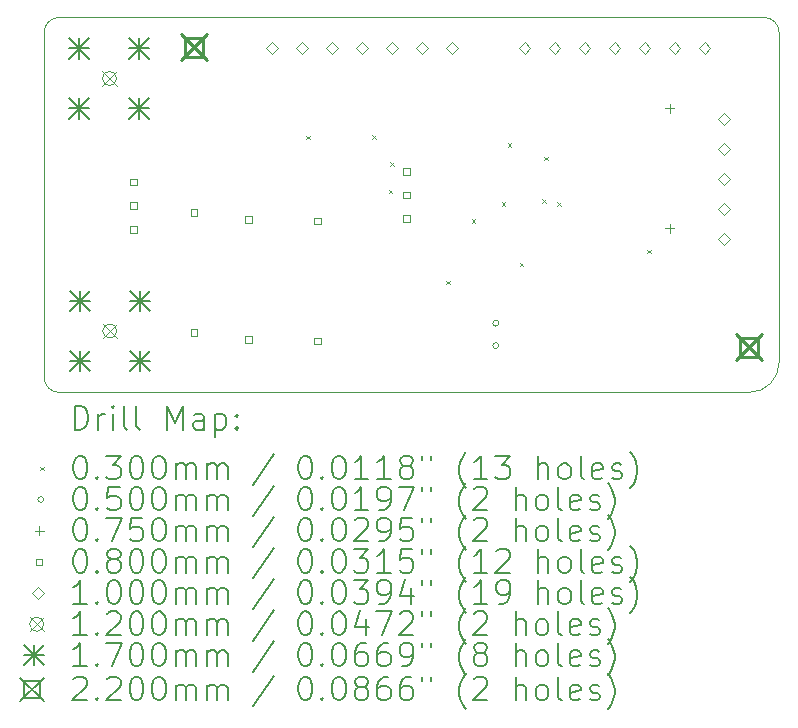
<source format=gbr>
%TF.GenerationSoftware,KiCad,Pcbnew,8.0.4*%
%TF.CreationDate,2025-05-02T23:51:14+05:30*%
%TF.ProjectId,Si4735Board,53693437-3335-4426-9f61-72642e6b6963,rev?*%
%TF.SameCoordinates,Original*%
%TF.FileFunction,Drillmap*%
%TF.FilePolarity,Positive*%
%FSLAX45Y45*%
G04 Gerber Fmt 4.5, Leading zero omitted, Abs format (unit mm)*
G04 Created by KiCad (PCBNEW 8.0.4) date 2025-05-02 23:51:14*
%MOMM*%
%LPD*%
G01*
G04 APERTURE LIST*
%ADD10C,0.050000*%
%ADD11C,0.200000*%
%ADD12C,0.100000*%
%ADD13C,0.120000*%
%ADD14C,0.170000*%
%ADD15C,0.220000*%
G04 APERTURE END LIST*
D10*
X16383000Y-7747000D02*
G75*
G02*
X16510000Y-7874000I0J-127000D01*
G01*
X16510000Y-7874000D02*
X16510000Y-10668000D01*
X10414000Y-7747000D02*
X16383000Y-7747000D01*
X10287000Y-10795000D02*
X10287000Y-7874000D01*
X16256000Y-10922000D02*
X10414000Y-10922000D01*
X10287000Y-7874000D02*
G75*
G02*
X10414000Y-7747000I127000J0D01*
G01*
X16510000Y-10668000D02*
G75*
G02*
X16256000Y-10922000I-254000J0D01*
G01*
X10414000Y-10922000D02*
G75*
G02*
X10287000Y-10795000I0J127000D01*
G01*
D11*
D12*
X12505430Y-8750220D02*
X12535430Y-8780220D01*
X12535430Y-8750220D02*
X12505430Y-8780220D01*
X13065840Y-8743970D02*
X13095840Y-8773970D01*
X13095840Y-8743970D02*
X13065840Y-8773970D01*
X13204880Y-9204260D02*
X13234880Y-9234260D01*
X13234880Y-9204260D02*
X13204880Y-9234260D01*
X13216430Y-8972610D02*
X13246430Y-9002610D01*
X13246430Y-8972610D02*
X13216430Y-9002610D01*
X13693450Y-9975940D02*
X13723450Y-10005940D01*
X13723450Y-9975940D02*
X13693450Y-10005940D01*
X13908330Y-9454670D02*
X13938330Y-9484670D01*
X13938330Y-9454670D02*
X13908330Y-9484670D01*
X14163380Y-9309280D02*
X14193380Y-9339280D01*
X14193380Y-9309280D02*
X14163380Y-9339280D01*
X14211430Y-8813510D02*
X14241430Y-8843510D01*
X14241430Y-8813510D02*
X14211430Y-8843510D01*
X14314490Y-9823140D02*
X14344490Y-9853140D01*
X14344490Y-9823140D02*
X14314490Y-9853140D01*
X14504770Y-9286350D02*
X14534770Y-9316350D01*
X14534770Y-9286350D02*
X14504770Y-9316350D01*
X14519260Y-8926950D02*
X14549260Y-8956950D01*
X14549260Y-8926950D02*
X14519260Y-8956950D01*
X14629620Y-9311560D02*
X14659620Y-9341560D01*
X14659620Y-9311560D02*
X14629620Y-9341560D01*
X15393360Y-9714380D02*
X15423360Y-9744380D01*
X15423360Y-9714380D02*
X15393360Y-9744380D01*
X14136070Y-10335650D02*
G75*
G02*
X14086070Y-10335650I-25000J0D01*
G01*
X14086070Y-10335650D02*
G75*
G02*
X14136070Y-10335650I25000J0D01*
G01*
X14136070Y-10525650D02*
G75*
G02*
X14086070Y-10525650I-25000J0D01*
G01*
X14086070Y-10525650D02*
G75*
G02*
X14136070Y-10525650I25000J0D01*
G01*
X15584070Y-8477150D02*
X15584070Y-8552150D01*
X15546570Y-8514650D02*
X15621570Y-8514650D01*
X15584070Y-9493150D02*
X15584070Y-9568150D01*
X15546570Y-9530650D02*
X15621570Y-9530650D01*
X11071355Y-9167935D02*
X11071355Y-9111366D01*
X11014786Y-9111366D01*
X11014786Y-9167935D01*
X11071355Y-9167935D01*
X11071355Y-9367935D02*
X11071355Y-9311366D01*
X11014786Y-9311366D01*
X11014786Y-9367935D01*
X11071355Y-9367935D01*
X11071355Y-9567935D02*
X11071355Y-9511366D01*
X11014786Y-9511366D01*
X11014786Y-9567935D01*
X11071355Y-9567935D01*
X11585284Y-9426285D02*
X11585284Y-9369716D01*
X11528715Y-9369716D01*
X11528715Y-9426285D01*
X11585284Y-9426285D01*
X11585284Y-10442285D02*
X11585284Y-10385716D01*
X11528715Y-10385716D01*
X11528715Y-10442285D01*
X11585284Y-10442285D01*
X12047354Y-9487935D02*
X12047354Y-9431366D01*
X11990785Y-9431366D01*
X11990785Y-9487935D01*
X12047354Y-9487935D01*
X12047354Y-10503935D02*
X12047354Y-10447366D01*
X11990785Y-10447366D01*
X11990785Y-10503935D01*
X12047354Y-10503935D01*
X12627354Y-9497935D02*
X12627354Y-9441366D01*
X12570785Y-9441366D01*
X12570785Y-9497935D01*
X12627354Y-9497935D01*
X12627354Y-10513935D02*
X12627354Y-10457366D01*
X12570785Y-10457366D01*
X12570785Y-10513935D01*
X12627354Y-10513935D01*
X13383354Y-9077935D02*
X13383354Y-9021366D01*
X13326785Y-9021366D01*
X13326785Y-9077935D01*
X13383354Y-9077935D01*
X13383354Y-9277935D02*
X13383354Y-9221366D01*
X13326785Y-9221366D01*
X13326785Y-9277935D01*
X13383354Y-9277935D01*
X13383354Y-9477935D02*
X13383354Y-9421366D01*
X13326785Y-9421366D01*
X13326785Y-9477935D01*
X13383354Y-9477935D01*
X12215410Y-8058650D02*
X12265410Y-8008650D01*
X12215410Y-7958650D01*
X12165410Y-8008650D01*
X12215410Y-8058650D01*
X12469410Y-8058650D02*
X12519410Y-8008650D01*
X12469410Y-7958650D01*
X12419410Y-8008650D01*
X12469410Y-8058650D01*
X12723410Y-8058650D02*
X12773410Y-8008650D01*
X12723410Y-7958650D01*
X12673410Y-8008650D01*
X12723410Y-8058650D01*
X12977410Y-8058650D02*
X13027410Y-8008650D01*
X12977410Y-7958650D01*
X12927410Y-8008650D01*
X12977410Y-8058650D01*
X13231410Y-8058650D02*
X13281410Y-8008650D01*
X13231410Y-7958650D01*
X13181410Y-8008650D01*
X13231410Y-8058650D01*
X13485410Y-8058650D02*
X13535410Y-8008650D01*
X13485410Y-7958650D01*
X13435410Y-8008650D01*
X13485410Y-8058650D01*
X13739410Y-8058650D02*
X13789410Y-8008650D01*
X13739410Y-7958650D01*
X13689410Y-8008650D01*
X13739410Y-8058650D01*
X14354630Y-8058650D02*
X14404630Y-8008650D01*
X14354630Y-7958650D01*
X14304630Y-8008650D01*
X14354630Y-8058650D01*
X14608630Y-8058650D02*
X14658630Y-8008650D01*
X14608630Y-7958650D01*
X14558630Y-8008650D01*
X14608630Y-8058650D01*
X14862630Y-8058650D02*
X14912630Y-8008650D01*
X14862630Y-7958650D01*
X14812630Y-8008650D01*
X14862630Y-8058650D01*
X15116630Y-8058650D02*
X15166630Y-8008650D01*
X15116630Y-7958650D01*
X15066630Y-8008650D01*
X15116630Y-8058650D01*
X15370630Y-8058650D02*
X15420630Y-8008650D01*
X15370630Y-7958650D01*
X15320630Y-8008650D01*
X15370630Y-8058650D01*
X15624630Y-8058650D02*
X15674630Y-8008650D01*
X15624630Y-7958650D01*
X15574630Y-8008650D01*
X15624630Y-8058650D01*
X15878630Y-8058650D02*
X15928630Y-8008650D01*
X15878630Y-7958650D01*
X15828630Y-8008650D01*
X15878630Y-8058650D01*
X16040070Y-8658650D02*
X16090070Y-8608650D01*
X16040070Y-8558650D01*
X15990070Y-8608650D01*
X16040070Y-8658650D01*
X16040070Y-8912650D02*
X16090070Y-8862650D01*
X16040070Y-8812650D01*
X15990070Y-8862650D01*
X16040070Y-8912650D01*
X16040070Y-9166650D02*
X16090070Y-9116650D01*
X16040070Y-9066650D01*
X15990070Y-9116650D01*
X16040070Y-9166650D01*
X16040070Y-9420650D02*
X16090070Y-9370650D01*
X16040070Y-9320650D01*
X15990070Y-9370650D01*
X16040070Y-9420650D01*
X16040070Y-9674650D02*
X16090070Y-9624650D01*
X16040070Y-9574650D01*
X15990070Y-9624650D01*
X16040070Y-9674650D01*
D13*
X10780070Y-8203650D02*
X10900070Y-8323650D01*
X10900070Y-8203650D02*
X10780070Y-8323650D01*
X10900070Y-8263650D02*
G75*
G02*
X10780070Y-8263650I-60000J0D01*
G01*
X10780070Y-8263650D02*
G75*
G02*
X10900070Y-8263650I60000J0D01*
G01*
X10783070Y-10341650D02*
X10903070Y-10461650D01*
X10903070Y-10341650D02*
X10783070Y-10461650D01*
X10903070Y-10401650D02*
G75*
G02*
X10783070Y-10401650I-60000J0D01*
G01*
X10783070Y-10401650D02*
G75*
G02*
X10903070Y-10401650I60000J0D01*
G01*
D14*
X10501070Y-7924650D02*
X10671070Y-8094650D01*
X10671070Y-7924650D02*
X10501070Y-8094650D01*
X10586070Y-7924650D02*
X10586070Y-8094650D01*
X10501070Y-8009650D02*
X10671070Y-8009650D01*
X10501070Y-8432650D02*
X10671070Y-8602650D01*
X10671070Y-8432650D02*
X10501070Y-8602650D01*
X10586070Y-8432650D02*
X10586070Y-8602650D01*
X10501070Y-8517650D02*
X10671070Y-8517650D01*
X10504070Y-10062650D02*
X10674070Y-10232650D01*
X10674070Y-10062650D02*
X10504070Y-10232650D01*
X10589070Y-10062650D02*
X10589070Y-10232650D01*
X10504070Y-10147650D02*
X10674070Y-10147650D01*
X10504070Y-10570650D02*
X10674070Y-10740650D01*
X10674070Y-10570650D02*
X10504070Y-10740650D01*
X10589070Y-10570650D02*
X10589070Y-10740650D01*
X10504070Y-10655650D02*
X10674070Y-10655650D01*
X11009070Y-7924650D02*
X11179070Y-8094650D01*
X11179070Y-7924650D02*
X11009070Y-8094650D01*
X11094070Y-7924650D02*
X11094070Y-8094650D01*
X11009070Y-8009650D02*
X11179070Y-8009650D01*
X11009070Y-8432650D02*
X11179070Y-8602650D01*
X11179070Y-8432650D02*
X11009070Y-8602650D01*
X11094070Y-8432650D02*
X11094070Y-8602650D01*
X11009070Y-8517650D02*
X11179070Y-8517650D01*
X11012070Y-10062650D02*
X11182070Y-10232650D01*
X11182070Y-10062650D02*
X11012070Y-10232650D01*
X11097070Y-10062650D02*
X11097070Y-10232650D01*
X11012070Y-10147650D02*
X11182070Y-10147650D01*
X11012070Y-10570650D02*
X11182070Y-10740650D01*
X11182070Y-10570650D02*
X11012070Y-10740650D01*
X11097070Y-10570650D02*
X11097070Y-10740650D01*
X11012070Y-10655650D02*
X11182070Y-10655650D01*
D15*
X11447000Y-7891000D02*
X11667000Y-8111000D01*
X11667000Y-7891000D02*
X11447000Y-8111000D01*
X11634782Y-8078782D02*
X11634782Y-7923217D01*
X11479217Y-7923217D01*
X11479217Y-8078782D01*
X11634782Y-8078782D01*
X16146000Y-10431000D02*
X16366000Y-10651000D01*
X16366000Y-10431000D02*
X16146000Y-10651000D01*
X16333782Y-10618783D02*
X16333782Y-10463218D01*
X16178217Y-10463218D01*
X16178217Y-10618783D01*
X16333782Y-10618783D01*
D11*
X10545277Y-11235984D02*
X10545277Y-11035984D01*
X10545277Y-11035984D02*
X10592896Y-11035984D01*
X10592896Y-11035984D02*
X10621467Y-11045508D01*
X10621467Y-11045508D02*
X10640515Y-11064555D01*
X10640515Y-11064555D02*
X10650039Y-11083603D01*
X10650039Y-11083603D02*
X10659563Y-11121698D01*
X10659563Y-11121698D02*
X10659563Y-11150270D01*
X10659563Y-11150270D02*
X10650039Y-11188365D01*
X10650039Y-11188365D02*
X10640515Y-11207412D01*
X10640515Y-11207412D02*
X10621467Y-11226460D01*
X10621467Y-11226460D02*
X10592896Y-11235984D01*
X10592896Y-11235984D02*
X10545277Y-11235984D01*
X10745277Y-11235984D02*
X10745277Y-11102650D01*
X10745277Y-11140746D02*
X10754801Y-11121698D01*
X10754801Y-11121698D02*
X10764324Y-11112174D01*
X10764324Y-11112174D02*
X10783372Y-11102650D01*
X10783372Y-11102650D02*
X10802420Y-11102650D01*
X10869086Y-11235984D02*
X10869086Y-11102650D01*
X10869086Y-11035984D02*
X10859563Y-11045508D01*
X10859563Y-11045508D02*
X10869086Y-11055031D01*
X10869086Y-11055031D02*
X10878610Y-11045508D01*
X10878610Y-11045508D02*
X10869086Y-11035984D01*
X10869086Y-11035984D02*
X10869086Y-11055031D01*
X10992896Y-11235984D02*
X10973848Y-11226460D01*
X10973848Y-11226460D02*
X10964324Y-11207412D01*
X10964324Y-11207412D02*
X10964324Y-11035984D01*
X11097658Y-11235984D02*
X11078610Y-11226460D01*
X11078610Y-11226460D02*
X11069086Y-11207412D01*
X11069086Y-11207412D02*
X11069086Y-11035984D01*
X11326229Y-11235984D02*
X11326229Y-11035984D01*
X11326229Y-11035984D02*
X11392896Y-11178841D01*
X11392896Y-11178841D02*
X11459562Y-11035984D01*
X11459562Y-11035984D02*
X11459562Y-11235984D01*
X11640515Y-11235984D02*
X11640515Y-11131222D01*
X11640515Y-11131222D02*
X11630991Y-11112174D01*
X11630991Y-11112174D02*
X11611943Y-11102650D01*
X11611943Y-11102650D02*
X11573848Y-11102650D01*
X11573848Y-11102650D02*
X11554801Y-11112174D01*
X11640515Y-11226460D02*
X11621467Y-11235984D01*
X11621467Y-11235984D02*
X11573848Y-11235984D01*
X11573848Y-11235984D02*
X11554801Y-11226460D01*
X11554801Y-11226460D02*
X11545277Y-11207412D01*
X11545277Y-11207412D02*
X11545277Y-11188365D01*
X11545277Y-11188365D02*
X11554801Y-11169317D01*
X11554801Y-11169317D02*
X11573848Y-11159793D01*
X11573848Y-11159793D02*
X11621467Y-11159793D01*
X11621467Y-11159793D02*
X11640515Y-11150270D01*
X11735753Y-11102650D02*
X11735753Y-11302650D01*
X11735753Y-11112174D02*
X11754801Y-11102650D01*
X11754801Y-11102650D02*
X11792896Y-11102650D01*
X11792896Y-11102650D02*
X11811943Y-11112174D01*
X11811943Y-11112174D02*
X11821467Y-11121698D01*
X11821467Y-11121698D02*
X11830991Y-11140746D01*
X11830991Y-11140746D02*
X11830991Y-11197888D01*
X11830991Y-11197888D02*
X11821467Y-11216936D01*
X11821467Y-11216936D02*
X11811943Y-11226460D01*
X11811943Y-11226460D02*
X11792896Y-11235984D01*
X11792896Y-11235984D02*
X11754801Y-11235984D01*
X11754801Y-11235984D02*
X11735753Y-11226460D01*
X11916705Y-11216936D02*
X11926229Y-11226460D01*
X11926229Y-11226460D02*
X11916705Y-11235984D01*
X11916705Y-11235984D02*
X11907182Y-11226460D01*
X11907182Y-11226460D02*
X11916705Y-11216936D01*
X11916705Y-11216936D02*
X11916705Y-11235984D01*
X11916705Y-11112174D02*
X11926229Y-11121698D01*
X11926229Y-11121698D02*
X11916705Y-11131222D01*
X11916705Y-11131222D02*
X11907182Y-11121698D01*
X11907182Y-11121698D02*
X11916705Y-11112174D01*
X11916705Y-11112174D02*
X11916705Y-11131222D01*
D12*
X10254500Y-11549500D02*
X10284500Y-11579500D01*
X10284500Y-11549500D02*
X10254500Y-11579500D01*
D11*
X10583372Y-11455984D02*
X10602420Y-11455984D01*
X10602420Y-11455984D02*
X10621467Y-11465508D01*
X10621467Y-11465508D02*
X10630991Y-11475031D01*
X10630991Y-11475031D02*
X10640515Y-11494079D01*
X10640515Y-11494079D02*
X10650039Y-11532174D01*
X10650039Y-11532174D02*
X10650039Y-11579793D01*
X10650039Y-11579793D02*
X10640515Y-11617888D01*
X10640515Y-11617888D02*
X10630991Y-11636936D01*
X10630991Y-11636936D02*
X10621467Y-11646460D01*
X10621467Y-11646460D02*
X10602420Y-11655984D01*
X10602420Y-11655984D02*
X10583372Y-11655984D01*
X10583372Y-11655984D02*
X10564324Y-11646460D01*
X10564324Y-11646460D02*
X10554801Y-11636936D01*
X10554801Y-11636936D02*
X10545277Y-11617888D01*
X10545277Y-11617888D02*
X10535753Y-11579793D01*
X10535753Y-11579793D02*
X10535753Y-11532174D01*
X10535753Y-11532174D02*
X10545277Y-11494079D01*
X10545277Y-11494079D02*
X10554801Y-11475031D01*
X10554801Y-11475031D02*
X10564324Y-11465508D01*
X10564324Y-11465508D02*
X10583372Y-11455984D01*
X10735753Y-11636936D02*
X10745277Y-11646460D01*
X10745277Y-11646460D02*
X10735753Y-11655984D01*
X10735753Y-11655984D02*
X10726229Y-11646460D01*
X10726229Y-11646460D02*
X10735753Y-11636936D01*
X10735753Y-11636936D02*
X10735753Y-11655984D01*
X10811944Y-11455984D02*
X10935753Y-11455984D01*
X10935753Y-11455984D02*
X10869086Y-11532174D01*
X10869086Y-11532174D02*
X10897658Y-11532174D01*
X10897658Y-11532174D02*
X10916705Y-11541698D01*
X10916705Y-11541698D02*
X10926229Y-11551222D01*
X10926229Y-11551222D02*
X10935753Y-11570269D01*
X10935753Y-11570269D02*
X10935753Y-11617888D01*
X10935753Y-11617888D02*
X10926229Y-11636936D01*
X10926229Y-11636936D02*
X10916705Y-11646460D01*
X10916705Y-11646460D02*
X10897658Y-11655984D01*
X10897658Y-11655984D02*
X10840515Y-11655984D01*
X10840515Y-11655984D02*
X10821467Y-11646460D01*
X10821467Y-11646460D02*
X10811944Y-11636936D01*
X11059563Y-11455984D02*
X11078610Y-11455984D01*
X11078610Y-11455984D02*
X11097658Y-11465508D01*
X11097658Y-11465508D02*
X11107182Y-11475031D01*
X11107182Y-11475031D02*
X11116705Y-11494079D01*
X11116705Y-11494079D02*
X11126229Y-11532174D01*
X11126229Y-11532174D02*
X11126229Y-11579793D01*
X11126229Y-11579793D02*
X11116705Y-11617888D01*
X11116705Y-11617888D02*
X11107182Y-11636936D01*
X11107182Y-11636936D02*
X11097658Y-11646460D01*
X11097658Y-11646460D02*
X11078610Y-11655984D01*
X11078610Y-11655984D02*
X11059563Y-11655984D01*
X11059563Y-11655984D02*
X11040515Y-11646460D01*
X11040515Y-11646460D02*
X11030991Y-11636936D01*
X11030991Y-11636936D02*
X11021467Y-11617888D01*
X11021467Y-11617888D02*
X11011944Y-11579793D01*
X11011944Y-11579793D02*
X11011944Y-11532174D01*
X11011944Y-11532174D02*
X11021467Y-11494079D01*
X11021467Y-11494079D02*
X11030991Y-11475031D01*
X11030991Y-11475031D02*
X11040515Y-11465508D01*
X11040515Y-11465508D02*
X11059563Y-11455984D01*
X11250039Y-11455984D02*
X11269086Y-11455984D01*
X11269086Y-11455984D02*
X11288134Y-11465508D01*
X11288134Y-11465508D02*
X11297658Y-11475031D01*
X11297658Y-11475031D02*
X11307182Y-11494079D01*
X11307182Y-11494079D02*
X11316705Y-11532174D01*
X11316705Y-11532174D02*
X11316705Y-11579793D01*
X11316705Y-11579793D02*
X11307182Y-11617888D01*
X11307182Y-11617888D02*
X11297658Y-11636936D01*
X11297658Y-11636936D02*
X11288134Y-11646460D01*
X11288134Y-11646460D02*
X11269086Y-11655984D01*
X11269086Y-11655984D02*
X11250039Y-11655984D01*
X11250039Y-11655984D02*
X11230991Y-11646460D01*
X11230991Y-11646460D02*
X11221467Y-11636936D01*
X11221467Y-11636936D02*
X11211943Y-11617888D01*
X11211943Y-11617888D02*
X11202420Y-11579793D01*
X11202420Y-11579793D02*
X11202420Y-11532174D01*
X11202420Y-11532174D02*
X11211943Y-11494079D01*
X11211943Y-11494079D02*
X11221467Y-11475031D01*
X11221467Y-11475031D02*
X11230991Y-11465508D01*
X11230991Y-11465508D02*
X11250039Y-11455984D01*
X11402420Y-11655984D02*
X11402420Y-11522650D01*
X11402420Y-11541698D02*
X11411943Y-11532174D01*
X11411943Y-11532174D02*
X11430991Y-11522650D01*
X11430991Y-11522650D02*
X11459563Y-11522650D01*
X11459563Y-11522650D02*
X11478610Y-11532174D01*
X11478610Y-11532174D02*
X11488134Y-11551222D01*
X11488134Y-11551222D02*
X11488134Y-11655984D01*
X11488134Y-11551222D02*
X11497658Y-11532174D01*
X11497658Y-11532174D02*
X11516705Y-11522650D01*
X11516705Y-11522650D02*
X11545277Y-11522650D01*
X11545277Y-11522650D02*
X11564324Y-11532174D01*
X11564324Y-11532174D02*
X11573848Y-11551222D01*
X11573848Y-11551222D02*
X11573848Y-11655984D01*
X11669086Y-11655984D02*
X11669086Y-11522650D01*
X11669086Y-11541698D02*
X11678610Y-11532174D01*
X11678610Y-11532174D02*
X11697658Y-11522650D01*
X11697658Y-11522650D02*
X11726229Y-11522650D01*
X11726229Y-11522650D02*
X11745277Y-11532174D01*
X11745277Y-11532174D02*
X11754801Y-11551222D01*
X11754801Y-11551222D02*
X11754801Y-11655984D01*
X11754801Y-11551222D02*
X11764324Y-11532174D01*
X11764324Y-11532174D02*
X11783372Y-11522650D01*
X11783372Y-11522650D02*
X11811943Y-11522650D01*
X11811943Y-11522650D02*
X11830991Y-11532174D01*
X11830991Y-11532174D02*
X11840515Y-11551222D01*
X11840515Y-11551222D02*
X11840515Y-11655984D01*
X12230991Y-11446460D02*
X12059563Y-11703603D01*
X12488134Y-11455984D02*
X12507182Y-11455984D01*
X12507182Y-11455984D02*
X12526229Y-11465508D01*
X12526229Y-11465508D02*
X12535753Y-11475031D01*
X12535753Y-11475031D02*
X12545277Y-11494079D01*
X12545277Y-11494079D02*
X12554801Y-11532174D01*
X12554801Y-11532174D02*
X12554801Y-11579793D01*
X12554801Y-11579793D02*
X12545277Y-11617888D01*
X12545277Y-11617888D02*
X12535753Y-11636936D01*
X12535753Y-11636936D02*
X12526229Y-11646460D01*
X12526229Y-11646460D02*
X12507182Y-11655984D01*
X12507182Y-11655984D02*
X12488134Y-11655984D01*
X12488134Y-11655984D02*
X12469086Y-11646460D01*
X12469086Y-11646460D02*
X12459563Y-11636936D01*
X12459563Y-11636936D02*
X12450039Y-11617888D01*
X12450039Y-11617888D02*
X12440515Y-11579793D01*
X12440515Y-11579793D02*
X12440515Y-11532174D01*
X12440515Y-11532174D02*
X12450039Y-11494079D01*
X12450039Y-11494079D02*
X12459563Y-11475031D01*
X12459563Y-11475031D02*
X12469086Y-11465508D01*
X12469086Y-11465508D02*
X12488134Y-11455984D01*
X12640515Y-11636936D02*
X12650039Y-11646460D01*
X12650039Y-11646460D02*
X12640515Y-11655984D01*
X12640515Y-11655984D02*
X12630991Y-11646460D01*
X12630991Y-11646460D02*
X12640515Y-11636936D01*
X12640515Y-11636936D02*
X12640515Y-11655984D01*
X12773848Y-11455984D02*
X12792896Y-11455984D01*
X12792896Y-11455984D02*
X12811944Y-11465508D01*
X12811944Y-11465508D02*
X12821467Y-11475031D01*
X12821467Y-11475031D02*
X12830991Y-11494079D01*
X12830991Y-11494079D02*
X12840515Y-11532174D01*
X12840515Y-11532174D02*
X12840515Y-11579793D01*
X12840515Y-11579793D02*
X12830991Y-11617888D01*
X12830991Y-11617888D02*
X12821467Y-11636936D01*
X12821467Y-11636936D02*
X12811944Y-11646460D01*
X12811944Y-11646460D02*
X12792896Y-11655984D01*
X12792896Y-11655984D02*
X12773848Y-11655984D01*
X12773848Y-11655984D02*
X12754801Y-11646460D01*
X12754801Y-11646460D02*
X12745277Y-11636936D01*
X12745277Y-11636936D02*
X12735753Y-11617888D01*
X12735753Y-11617888D02*
X12726229Y-11579793D01*
X12726229Y-11579793D02*
X12726229Y-11532174D01*
X12726229Y-11532174D02*
X12735753Y-11494079D01*
X12735753Y-11494079D02*
X12745277Y-11475031D01*
X12745277Y-11475031D02*
X12754801Y-11465508D01*
X12754801Y-11465508D02*
X12773848Y-11455984D01*
X13030991Y-11655984D02*
X12916706Y-11655984D01*
X12973848Y-11655984D02*
X12973848Y-11455984D01*
X12973848Y-11455984D02*
X12954801Y-11484555D01*
X12954801Y-11484555D02*
X12935753Y-11503603D01*
X12935753Y-11503603D02*
X12916706Y-11513127D01*
X13221467Y-11655984D02*
X13107182Y-11655984D01*
X13164325Y-11655984D02*
X13164325Y-11455984D01*
X13164325Y-11455984D02*
X13145277Y-11484555D01*
X13145277Y-11484555D02*
X13126229Y-11503603D01*
X13126229Y-11503603D02*
X13107182Y-11513127D01*
X13335753Y-11541698D02*
X13316706Y-11532174D01*
X13316706Y-11532174D02*
X13307182Y-11522650D01*
X13307182Y-11522650D02*
X13297658Y-11503603D01*
X13297658Y-11503603D02*
X13297658Y-11494079D01*
X13297658Y-11494079D02*
X13307182Y-11475031D01*
X13307182Y-11475031D02*
X13316706Y-11465508D01*
X13316706Y-11465508D02*
X13335753Y-11455984D01*
X13335753Y-11455984D02*
X13373848Y-11455984D01*
X13373848Y-11455984D02*
X13392896Y-11465508D01*
X13392896Y-11465508D02*
X13402420Y-11475031D01*
X13402420Y-11475031D02*
X13411944Y-11494079D01*
X13411944Y-11494079D02*
X13411944Y-11503603D01*
X13411944Y-11503603D02*
X13402420Y-11522650D01*
X13402420Y-11522650D02*
X13392896Y-11532174D01*
X13392896Y-11532174D02*
X13373848Y-11541698D01*
X13373848Y-11541698D02*
X13335753Y-11541698D01*
X13335753Y-11541698D02*
X13316706Y-11551222D01*
X13316706Y-11551222D02*
X13307182Y-11560746D01*
X13307182Y-11560746D02*
X13297658Y-11579793D01*
X13297658Y-11579793D02*
X13297658Y-11617888D01*
X13297658Y-11617888D02*
X13307182Y-11636936D01*
X13307182Y-11636936D02*
X13316706Y-11646460D01*
X13316706Y-11646460D02*
X13335753Y-11655984D01*
X13335753Y-11655984D02*
X13373848Y-11655984D01*
X13373848Y-11655984D02*
X13392896Y-11646460D01*
X13392896Y-11646460D02*
X13402420Y-11636936D01*
X13402420Y-11636936D02*
X13411944Y-11617888D01*
X13411944Y-11617888D02*
X13411944Y-11579793D01*
X13411944Y-11579793D02*
X13402420Y-11560746D01*
X13402420Y-11560746D02*
X13392896Y-11551222D01*
X13392896Y-11551222D02*
X13373848Y-11541698D01*
X13488134Y-11455984D02*
X13488134Y-11494079D01*
X13564325Y-11455984D02*
X13564325Y-11494079D01*
X13859563Y-11732174D02*
X13850039Y-11722650D01*
X13850039Y-11722650D02*
X13830991Y-11694079D01*
X13830991Y-11694079D02*
X13821468Y-11675031D01*
X13821468Y-11675031D02*
X13811944Y-11646460D01*
X13811944Y-11646460D02*
X13802420Y-11598841D01*
X13802420Y-11598841D02*
X13802420Y-11560746D01*
X13802420Y-11560746D02*
X13811944Y-11513127D01*
X13811944Y-11513127D02*
X13821468Y-11484555D01*
X13821468Y-11484555D02*
X13830991Y-11465508D01*
X13830991Y-11465508D02*
X13850039Y-11436936D01*
X13850039Y-11436936D02*
X13859563Y-11427412D01*
X14040515Y-11655984D02*
X13926229Y-11655984D01*
X13983372Y-11655984D02*
X13983372Y-11455984D01*
X13983372Y-11455984D02*
X13964325Y-11484555D01*
X13964325Y-11484555D02*
X13945277Y-11503603D01*
X13945277Y-11503603D02*
X13926229Y-11513127D01*
X14107182Y-11455984D02*
X14230991Y-11455984D01*
X14230991Y-11455984D02*
X14164325Y-11532174D01*
X14164325Y-11532174D02*
X14192896Y-11532174D01*
X14192896Y-11532174D02*
X14211944Y-11541698D01*
X14211944Y-11541698D02*
X14221468Y-11551222D01*
X14221468Y-11551222D02*
X14230991Y-11570269D01*
X14230991Y-11570269D02*
X14230991Y-11617888D01*
X14230991Y-11617888D02*
X14221468Y-11636936D01*
X14221468Y-11636936D02*
X14211944Y-11646460D01*
X14211944Y-11646460D02*
X14192896Y-11655984D01*
X14192896Y-11655984D02*
X14135753Y-11655984D01*
X14135753Y-11655984D02*
X14116706Y-11646460D01*
X14116706Y-11646460D02*
X14107182Y-11636936D01*
X14469087Y-11655984D02*
X14469087Y-11455984D01*
X14554801Y-11655984D02*
X14554801Y-11551222D01*
X14554801Y-11551222D02*
X14545277Y-11532174D01*
X14545277Y-11532174D02*
X14526230Y-11522650D01*
X14526230Y-11522650D02*
X14497658Y-11522650D01*
X14497658Y-11522650D02*
X14478610Y-11532174D01*
X14478610Y-11532174D02*
X14469087Y-11541698D01*
X14678610Y-11655984D02*
X14659563Y-11646460D01*
X14659563Y-11646460D02*
X14650039Y-11636936D01*
X14650039Y-11636936D02*
X14640515Y-11617888D01*
X14640515Y-11617888D02*
X14640515Y-11560746D01*
X14640515Y-11560746D02*
X14650039Y-11541698D01*
X14650039Y-11541698D02*
X14659563Y-11532174D01*
X14659563Y-11532174D02*
X14678610Y-11522650D01*
X14678610Y-11522650D02*
X14707182Y-11522650D01*
X14707182Y-11522650D02*
X14726230Y-11532174D01*
X14726230Y-11532174D02*
X14735753Y-11541698D01*
X14735753Y-11541698D02*
X14745277Y-11560746D01*
X14745277Y-11560746D02*
X14745277Y-11617888D01*
X14745277Y-11617888D02*
X14735753Y-11636936D01*
X14735753Y-11636936D02*
X14726230Y-11646460D01*
X14726230Y-11646460D02*
X14707182Y-11655984D01*
X14707182Y-11655984D02*
X14678610Y-11655984D01*
X14859563Y-11655984D02*
X14840515Y-11646460D01*
X14840515Y-11646460D02*
X14830991Y-11627412D01*
X14830991Y-11627412D02*
X14830991Y-11455984D01*
X15011944Y-11646460D02*
X14992896Y-11655984D01*
X14992896Y-11655984D02*
X14954801Y-11655984D01*
X14954801Y-11655984D02*
X14935753Y-11646460D01*
X14935753Y-11646460D02*
X14926230Y-11627412D01*
X14926230Y-11627412D02*
X14926230Y-11551222D01*
X14926230Y-11551222D02*
X14935753Y-11532174D01*
X14935753Y-11532174D02*
X14954801Y-11522650D01*
X14954801Y-11522650D02*
X14992896Y-11522650D01*
X14992896Y-11522650D02*
X15011944Y-11532174D01*
X15011944Y-11532174D02*
X15021468Y-11551222D01*
X15021468Y-11551222D02*
X15021468Y-11570269D01*
X15021468Y-11570269D02*
X14926230Y-11589317D01*
X15097658Y-11646460D02*
X15116706Y-11655984D01*
X15116706Y-11655984D02*
X15154801Y-11655984D01*
X15154801Y-11655984D02*
X15173849Y-11646460D01*
X15173849Y-11646460D02*
X15183372Y-11627412D01*
X15183372Y-11627412D02*
X15183372Y-11617888D01*
X15183372Y-11617888D02*
X15173849Y-11598841D01*
X15173849Y-11598841D02*
X15154801Y-11589317D01*
X15154801Y-11589317D02*
X15126230Y-11589317D01*
X15126230Y-11589317D02*
X15107182Y-11579793D01*
X15107182Y-11579793D02*
X15097658Y-11560746D01*
X15097658Y-11560746D02*
X15097658Y-11551222D01*
X15097658Y-11551222D02*
X15107182Y-11532174D01*
X15107182Y-11532174D02*
X15126230Y-11522650D01*
X15126230Y-11522650D02*
X15154801Y-11522650D01*
X15154801Y-11522650D02*
X15173849Y-11532174D01*
X15250039Y-11732174D02*
X15259563Y-11722650D01*
X15259563Y-11722650D02*
X15278611Y-11694079D01*
X15278611Y-11694079D02*
X15288134Y-11675031D01*
X15288134Y-11675031D02*
X15297658Y-11646460D01*
X15297658Y-11646460D02*
X15307182Y-11598841D01*
X15307182Y-11598841D02*
X15307182Y-11560746D01*
X15307182Y-11560746D02*
X15297658Y-11513127D01*
X15297658Y-11513127D02*
X15288134Y-11484555D01*
X15288134Y-11484555D02*
X15278611Y-11465508D01*
X15278611Y-11465508D02*
X15259563Y-11436936D01*
X15259563Y-11436936D02*
X15250039Y-11427412D01*
D12*
X10284500Y-11828500D02*
G75*
G02*
X10234500Y-11828500I-25000J0D01*
G01*
X10234500Y-11828500D02*
G75*
G02*
X10284500Y-11828500I25000J0D01*
G01*
D11*
X10583372Y-11719984D02*
X10602420Y-11719984D01*
X10602420Y-11719984D02*
X10621467Y-11729508D01*
X10621467Y-11729508D02*
X10630991Y-11739031D01*
X10630991Y-11739031D02*
X10640515Y-11758079D01*
X10640515Y-11758079D02*
X10650039Y-11796174D01*
X10650039Y-11796174D02*
X10650039Y-11843793D01*
X10650039Y-11843793D02*
X10640515Y-11881888D01*
X10640515Y-11881888D02*
X10630991Y-11900936D01*
X10630991Y-11900936D02*
X10621467Y-11910460D01*
X10621467Y-11910460D02*
X10602420Y-11919984D01*
X10602420Y-11919984D02*
X10583372Y-11919984D01*
X10583372Y-11919984D02*
X10564324Y-11910460D01*
X10564324Y-11910460D02*
X10554801Y-11900936D01*
X10554801Y-11900936D02*
X10545277Y-11881888D01*
X10545277Y-11881888D02*
X10535753Y-11843793D01*
X10535753Y-11843793D02*
X10535753Y-11796174D01*
X10535753Y-11796174D02*
X10545277Y-11758079D01*
X10545277Y-11758079D02*
X10554801Y-11739031D01*
X10554801Y-11739031D02*
X10564324Y-11729508D01*
X10564324Y-11729508D02*
X10583372Y-11719984D01*
X10735753Y-11900936D02*
X10745277Y-11910460D01*
X10745277Y-11910460D02*
X10735753Y-11919984D01*
X10735753Y-11919984D02*
X10726229Y-11910460D01*
X10726229Y-11910460D02*
X10735753Y-11900936D01*
X10735753Y-11900936D02*
X10735753Y-11919984D01*
X10926229Y-11719984D02*
X10830991Y-11719984D01*
X10830991Y-11719984D02*
X10821467Y-11815222D01*
X10821467Y-11815222D02*
X10830991Y-11805698D01*
X10830991Y-11805698D02*
X10850039Y-11796174D01*
X10850039Y-11796174D02*
X10897658Y-11796174D01*
X10897658Y-11796174D02*
X10916705Y-11805698D01*
X10916705Y-11805698D02*
X10926229Y-11815222D01*
X10926229Y-11815222D02*
X10935753Y-11834269D01*
X10935753Y-11834269D02*
X10935753Y-11881888D01*
X10935753Y-11881888D02*
X10926229Y-11900936D01*
X10926229Y-11900936D02*
X10916705Y-11910460D01*
X10916705Y-11910460D02*
X10897658Y-11919984D01*
X10897658Y-11919984D02*
X10850039Y-11919984D01*
X10850039Y-11919984D02*
X10830991Y-11910460D01*
X10830991Y-11910460D02*
X10821467Y-11900936D01*
X11059563Y-11719984D02*
X11078610Y-11719984D01*
X11078610Y-11719984D02*
X11097658Y-11729508D01*
X11097658Y-11729508D02*
X11107182Y-11739031D01*
X11107182Y-11739031D02*
X11116705Y-11758079D01*
X11116705Y-11758079D02*
X11126229Y-11796174D01*
X11126229Y-11796174D02*
X11126229Y-11843793D01*
X11126229Y-11843793D02*
X11116705Y-11881888D01*
X11116705Y-11881888D02*
X11107182Y-11900936D01*
X11107182Y-11900936D02*
X11097658Y-11910460D01*
X11097658Y-11910460D02*
X11078610Y-11919984D01*
X11078610Y-11919984D02*
X11059563Y-11919984D01*
X11059563Y-11919984D02*
X11040515Y-11910460D01*
X11040515Y-11910460D02*
X11030991Y-11900936D01*
X11030991Y-11900936D02*
X11021467Y-11881888D01*
X11021467Y-11881888D02*
X11011944Y-11843793D01*
X11011944Y-11843793D02*
X11011944Y-11796174D01*
X11011944Y-11796174D02*
X11021467Y-11758079D01*
X11021467Y-11758079D02*
X11030991Y-11739031D01*
X11030991Y-11739031D02*
X11040515Y-11729508D01*
X11040515Y-11729508D02*
X11059563Y-11719984D01*
X11250039Y-11719984D02*
X11269086Y-11719984D01*
X11269086Y-11719984D02*
X11288134Y-11729508D01*
X11288134Y-11729508D02*
X11297658Y-11739031D01*
X11297658Y-11739031D02*
X11307182Y-11758079D01*
X11307182Y-11758079D02*
X11316705Y-11796174D01*
X11316705Y-11796174D02*
X11316705Y-11843793D01*
X11316705Y-11843793D02*
X11307182Y-11881888D01*
X11307182Y-11881888D02*
X11297658Y-11900936D01*
X11297658Y-11900936D02*
X11288134Y-11910460D01*
X11288134Y-11910460D02*
X11269086Y-11919984D01*
X11269086Y-11919984D02*
X11250039Y-11919984D01*
X11250039Y-11919984D02*
X11230991Y-11910460D01*
X11230991Y-11910460D02*
X11221467Y-11900936D01*
X11221467Y-11900936D02*
X11211943Y-11881888D01*
X11211943Y-11881888D02*
X11202420Y-11843793D01*
X11202420Y-11843793D02*
X11202420Y-11796174D01*
X11202420Y-11796174D02*
X11211943Y-11758079D01*
X11211943Y-11758079D02*
X11221467Y-11739031D01*
X11221467Y-11739031D02*
X11230991Y-11729508D01*
X11230991Y-11729508D02*
X11250039Y-11719984D01*
X11402420Y-11919984D02*
X11402420Y-11786650D01*
X11402420Y-11805698D02*
X11411943Y-11796174D01*
X11411943Y-11796174D02*
X11430991Y-11786650D01*
X11430991Y-11786650D02*
X11459563Y-11786650D01*
X11459563Y-11786650D02*
X11478610Y-11796174D01*
X11478610Y-11796174D02*
X11488134Y-11815222D01*
X11488134Y-11815222D02*
X11488134Y-11919984D01*
X11488134Y-11815222D02*
X11497658Y-11796174D01*
X11497658Y-11796174D02*
X11516705Y-11786650D01*
X11516705Y-11786650D02*
X11545277Y-11786650D01*
X11545277Y-11786650D02*
X11564324Y-11796174D01*
X11564324Y-11796174D02*
X11573848Y-11815222D01*
X11573848Y-11815222D02*
X11573848Y-11919984D01*
X11669086Y-11919984D02*
X11669086Y-11786650D01*
X11669086Y-11805698D02*
X11678610Y-11796174D01*
X11678610Y-11796174D02*
X11697658Y-11786650D01*
X11697658Y-11786650D02*
X11726229Y-11786650D01*
X11726229Y-11786650D02*
X11745277Y-11796174D01*
X11745277Y-11796174D02*
X11754801Y-11815222D01*
X11754801Y-11815222D02*
X11754801Y-11919984D01*
X11754801Y-11815222D02*
X11764324Y-11796174D01*
X11764324Y-11796174D02*
X11783372Y-11786650D01*
X11783372Y-11786650D02*
X11811943Y-11786650D01*
X11811943Y-11786650D02*
X11830991Y-11796174D01*
X11830991Y-11796174D02*
X11840515Y-11815222D01*
X11840515Y-11815222D02*
X11840515Y-11919984D01*
X12230991Y-11710460D02*
X12059563Y-11967603D01*
X12488134Y-11719984D02*
X12507182Y-11719984D01*
X12507182Y-11719984D02*
X12526229Y-11729508D01*
X12526229Y-11729508D02*
X12535753Y-11739031D01*
X12535753Y-11739031D02*
X12545277Y-11758079D01*
X12545277Y-11758079D02*
X12554801Y-11796174D01*
X12554801Y-11796174D02*
X12554801Y-11843793D01*
X12554801Y-11843793D02*
X12545277Y-11881888D01*
X12545277Y-11881888D02*
X12535753Y-11900936D01*
X12535753Y-11900936D02*
X12526229Y-11910460D01*
X12526229Y-11910460D02*
X12507182Y-11919984D01*
X12507182Y-11919984D02*
X12488134Y-11919984D01*
X12488134Y-11919984D02*
X12469086Y-11910460D01*
X12469086Y-11910460D02*
X12459563Y-11900936D01*
X12459563Y-11900936D02*
X12450039Y-11881888D01*
X12450039Y-11881888D02*
X12440515Y-11843793D01*
X12440515Y-11843793D02*
X12440515Y-11796174D01*
X12440515Y-11796174D02*
X12450039Y-11758079D01*
X12450039Y-11758079D02*
X12459563Y-11739031D01*
X12459563Y-11739031D02*
X12469086Y-11729508D01*
X12469086Y-11729508D02*
X12488134Y-11719984D01*
X12640515Y-11900936D02*
X12650039Y-11910460D01*
X12650039Y-11910460D02*
X12640515Y-11919984D01*
X12640515Y-11919984D02*
X12630991Y-11910460D01*
X12630991Y-11910460D02*
X12640515Y-11900936D01*
X12640515Y-11900936D02*
X12640515Y-11919984D01*
X12773848Y-11719984D02*
X12792896Y-11719984D01*
X12792896Y-11719984D02*
X12811944Y-11729508D01*
X12811944Y-11729508D02*
X12821467Y-11739031D01*
X12821467Y-11739031D02*
X12830991Y-11758079D01*
X12830991Y-11758079D02*
X12840515Y-11796174D01*
X12840515Y-11796174D02*
X12840515Y-11843793D01*
X12840515Y-11843793D02*
X12830991Y-11881888D01*
X12830991Y-11881888D02*
X12821467Y-11900936D01*
X12821467Y-11900936D02*
X12811944Y-11910460D01*
X12811944Y-11910460D02*
X12792896Y-11919984D01*
X12792896Y-11919984D02*
X12773848Y-11919984D01*
X12773848Y-11919984D02*
X12754801Y-11910460D01*
X12754801Y-11910460D02*
X12745277Y-11900936D01*
X12745277Y-11900936D02*
X12735753Y-11881888D01*
X12735753Y-11881888D02*
X12726229Y-11843793D01*
X12726229Y-11843793D02*
X12726229Y-11796174D01*
X12726229Y-11796174D02*
X12735753Y-11758079D01*
X12735753Y-11758079D02*
X12745277Y-11739031D01*
X12745277Y-11739031D02*
X12754801Y-11729508D01*
X12754801Y-11729508D02*
X12773848Y-11719984D01*
X13030991Y-11919984D02*
X12916706Y-11919984D01*
X12973848Y-11919984D02*
X12973848Y-11719984D01*
X12973848Y-11719984D02*
X12954801Y-11748555D01*
X12954801Y-11748555D02*
X12935753Y-11767603D01*
X12935753Y-11767603D02*
X12916706Y-11777127D01*
X13126229Y-11919984D02*
X13164325Y-11919984D01*
X13164325Y-11919984D02*
X13183372Y-11910460D01*
X13183372Y-11910460D02*
X13192896Y-11900936D01*
X13192896Y-11900936D02*
X13211944Y-11872365D01*
X13211944Y-11872365D02*
X13221467Y-11834269D01*
X13221467Y-11834269D02*
X13221467Y-11758079D01*
X13221467Y-11758079D02*
X13211944Y-11739031D01*
X13211944Y-11739031D02*
X13202420Y-11729508D01*
X13202420Y-11729508D02*
X13183372Y-11719984D01*
X13183372Y-11719984D02*
X13145277Y-11719984D01*
X13145277Y-11719984D02*
X13126229Y-11729508D01*
X13126229Y-11729508D02*
X13116706Y-11739031D01*
X13116706Y-11739031D02*
X13107182Y-11758079D01*
X13107182Y-11758079D02*
X13107182Y-11805698D01*
X13107182Y-11805698D02*
X13116706Y-11824746D01*
X13116706Y-11824746D02*
X13126229Y-11834269D01*
X13126229Y-11834269D02*
X13145277Y-11843793D01*
X13145277Y-11843793D02*
X13183372Y-11843793D01*
X13183372Y-11843793D02*
X13202420Y-11834269D01*
X13202420Y-11834269D02*
X13211944Y-11824746D01*
X13211944Y-11824746D02*
X13221467Y-11805698D01*
X13288134Y-11719984D02*
X13421467Y-11719984D01*
X13421467Y-11719984D02*
X13335753Y-11919984D01*
X13488134Y-11719984D02*
X13488134Y-11758079D01*
X13564325Y-11719984D02*
X13564325Y-11758079D01*
X13859563Y-11996174D02*
X13850039Y-11986650D01*
X13850039Y-11986650D02*
X13830991Y-11958079D01*
X13830991Y-11958079D02*
X13821468Y-11939031D01*
X13821468Y-11939031D02*
X13811944Y-11910460D01*
X13811944Y-11910460D02*
X13802420Y-11862841D01*
X13802420Y-11862841D02*
X13802420Y-11824746D01*
X13802420Y-11824746D02*
X13811944Y-11777127D01*
X13811944Y-11777127D02*
X13821468Y-11748555D01*
X13821468Y-11748555D02*
X13830991Y-11729508D01*
X13830991Y-11729508D02*
X13850039Y-11700936D01*
X13850039Y-11700936D02*
X13859563Y-11691412D01*
X13926229Y-11739031D02*
X13935753Y-11729508D01*
X13935753Y-11729508D02*
X13954801Y-11719984D01*
X13954801Y-11719984D02*
X14002420Y-11719984D01*
X14002420Y-11719984D02*
X14021468Y-11729508D01*
X14021468Y-11729508D02*
X14030991Y-11739031D01*
X14030991Y-11739031D02*
X14040515Y-11758079D01*
X14040515Y-11758079D02*
X14040515Y-11777127D01*
X14040515Y-11777127D02*
X14030991Y-11805698D01*
X14030991Y-11805698D02*
X13916706Y-11919984D01*
X13916706Y-11919984D02*
X14040515Y-11919984D01*
X14278610Y-11919984D02*
X14278610Y-11719984D01*
X14364325Y-11919984D02*
X14364325Y-11815222D01*
X14364325Y-11815222D02*
X14354801Y-11796174D01*
X14354801Y-11796174D02*
X14335753Y-11786650D01*
X14335753Y-11786650D02*
X14307182Y-11786650D01*
X14307182Y-11786650D02*
X14288134Y-11796174D01*
X14288134Y-11796174D02*
X14278610Y-11805698D01*
X14488134Y-11919984D02*
X14469087Y-11910460D01*
X14469087Y-11910460D02*
X14459563Y-11900936D01*
X14459563Y-11900936D02*
X14450039Y-11881888D01*
X14450039Y-11881888D02*
X14450039Y-11824746D01*
X14450039Y-11824746D02*
X14459563Y-11805698D01*
X14459563Y-11805698D02*
X14469087Y-11796174D01*
X14469087Y-11796174D02*
X14488134Y-11786650D01*
X14488134Y-11786650D02*
X14516706Y-11786650D01*
X14516706Y-11786650D02*
X14535753Y-11796174D01*
X14535753Y-11796174D02*
X14545277Y-11805698D01*
X14545277Y-11805698D02*
X14554801Y-11824746D01*
X14554801Y-11824746D02*
X14554801Y-11881888D01*
X14554801Y-11881888D02*
X14545277Y-11900936D01*
X14545277Y-11900936D02*
X14535753Y-11910460D01*
X14535753Y-11910460D02*
X14516706Y-11919984D01*
X14516706Y-11919984D02*
X14488134Y-11919984D01*
X14669087Y-11919984D02*
X14650039Y-11910460D01*
X14650039Y-11910460D02*
X14640515Y-11891412D01*
X14640515Y-11891412D02*
X14640515Y-11719984D01*
X14821468Y-11910460D02*
X14802420Y-11919984D01*
X14802420Y-11919984D02*
X14764325Y-11919984D01*
X14764325Y-11919984D02*
X14745277Y-11910460D01*
X14745277Y-11910460D02*
X14735753Y-11891412D01*
X14735753Y-11891412D02*
X14735753Y-11815222D01*
X14735753Y-11815222D02*
X14745277Y-11796174D01*
X14745277Y-11796174D02*
X14764325Y-11786650D01*
X14764325Y-11786650D02*
X14802420Y-11786650D01*
X14802420Y-11786650D02*
X14821468Y-11796174D01*
X14821468Y-11796174D02*
X14830991Y-11815222D01*
X14830991Y-11815222D02*
X14830991Y-11834269D01*
X14830991Y-11834269D02*
X14735753Y-11853317D01*
X14907182Y-11910460D02*
X14926230Y-11919984D01*
X14926230Y-11919984D02*
X14964325Y-11919984D01*
X14964325Y-11919984D02*
X14983372Y-11910460D01*
X14983372Y-11910460D02*
X14992896Y-11891412D01*
X14992896Y-11891412D02*
X14992896Y-11881888D01*
X14992896Y-11881888D02*
X14983372Y-11862841D01*
X14983372Y-11862841D02*
X14964325Y-11853317D01*
X14964325Y-11853317D02*
X14935753Y-11853317D01*
X14935753Y-11853317D02*
X14916706Y-11843793D01*
X14916706Y-11843793D02*
X14907182Y-11824746D01*
X14907182Y-11824746D02*
X14907182Y-11815222D01*
X14907182Y-11815222D02*
X14916706Y-11796174D01*
X14916706Y-11796174D02*
X14935753Y-11786650D01*
X14935753Y-11786650D02*
X14964325Y-11786650D01*
X14964325Y-11786650D02*
X14983372Y-11796174D01*
X15059563Y-11996174D02*
X15069087Y-11986650D01*
X15069087Y-11986650D02*
X15088134Y-11958079D01*
X15088134Y-11958079D02*
X15097658Y-11939031D01*
X15097658Y-11939031D02*
X15107182Y-11910460D01*
X15107182Y-11910460D02*
X15116706Y-11862841D01*
X15116706Y-11862841D02*
X15116706Y-11824746D01*
X15116706Y-11824746D02*
X15107182Y-11777127D01*
X15107182Y-11777127D02*
X15097658Y-11748555D01*
X15097658Y-11748555D02*
X15088134Y-11729508D01*
X15088134Y-11729508D02*
X15069087Y-11700936D01*
X15069087Y-11700936D02*
X15059563Y-11691412D01*
D12*
X10247000Y-12055000D02*
X10247000Y-12130000D01*
X10209500Y-12092500D02*
X10284500Y-12092500D01*
D11*
X10583372Y-11983984D02*
X10602420Y-11983984D01*
X10602420Y-11983984D02*
X10621467Y-11993508D01*
X10621467Y-11993508D02*
X10630991Y-12003031D01*
X10630991Y-12003031D02*
X10640515Y-12022079D01*
X10640515Y-12022079D02*
X10650039Y-12060174D01*
X10650039Y-12060174D02*
X10650039Y-12107793D01*
X10650039Y-12107793D02*
X10640515Y-12145888D01*
X10640515Y-12145888D02*
X10630991Y-12164936D01*
X10630991Y-12164936D02*
X10621467Y-12174460D01*
X10621467Y-12174460D02*
X10602420Y-12183984D01*
X10602420Y-12183984D02*
X10583372Y-12183984D01*
X10583372Y-12183984D02*
X10564324Y-12174460D01*
X10564324Y-12174460D02*
X10554801Y-12164936D01*
X10554801Y-12164936D02*
X10545277Y-12145888D01*
X10545277Y-12145888D02*
X10535753Y-12107793D01*
X10535753Y-12107793D02*
X10535753Y-12060174D01*
X10535753Y-12060174D02*
X10545277Y-12022079D01*
X10545277Y-12022079D02*
X10554801Y-12003031D01*
X10554801Y-12003031D02*
X10564324Y-11993508D01*
X10564324Y-11993508D02*
X10583372Y-11983984D01*
X10735753Y-12164936D02*
X10745277Y-12174460D01*
X10745277Y-12174460D02*
X10735753Y-12183984D01*
X10735753Y-12183984D02*
X10726229Y-12174460D01*
X10726229Y-12174460D02*
X10735753Y-12164936D01*
X10735753Y-12164936D02*
X10735753Y-12183984D01*
X10811944Y-11983984D02*
X10945277Y-11983984D01*
X10945277Y-11983984D02*
X10859563Y-12183984D01*
X11116705Y-11983984D02*
X11021467Y-11983984D01*
X11021467Y-11983984D02*
X11011944Y-12079222D01*
X11011944Y-12079222D02*
X11021467Y-12069698D01*
X11021467Y-12069698D02*
X11040515Y-12060174D01*
X11040515Y-12060174D02*
X11088134Y-12060174D01*
X11088134Y-12060174D02*
X11107182Y-12069698D01*
X11107182Y-12069698D02*
X11116705Y-12079222D01*
X11116705Y-12079222D02*
X11126229Y-12098269D01*
X11126229Y-12098269D02*
X11126229Y-12145888D01*
X11126229Y-12145888D02*
X11116705Y-12164936D01*
X11116705Y-12164936D02*
X11107182Y-12174460D01*
X11107182Y-12174460D02*
X11088134Y-12183984D01*
X11088134Y-12183984D02*
X11040515Y-12183984D01*
X11040515Y-12183984D02*
X11021467Y-12174460D01*
X11021467Y-12174460D02*
X11011944Y-12164936D01*
X11250039Y-11983984D02*
X11269086Y-11983984D01*
X11269086Y-11983984D02*
X11288134Y-11993508D01*
X11288134Y-11993508D02*
X11297658Y-12003031D01*
X11297658Y-12003031D02*
X11307182Y-12022079D01*
X11307182Y-12022079D02*
X11316705Y-12060174D01*
X11316705Y-12060174D02*
X11316705Y-12107793D01*
X11316705Y-12107793D02*
X11307182Y-12145888D01*
X11307182Y-12145888D02*
X11297658Y-12164936D01*
X11297658Y-12164936D02*
X11288134Y-12174460D01*
X11288134Y-12174460D02*
X11269086Y-12183984D01*
X11269086Y-12183984D02*
X11250039Y-12183984D01*
X11250039Y-12183984D02*
X11230991Y-12174460D01*
X11230991Y-12174460D02*
X11221467Y-12164936D01*
X11221467Y-12164936D02*
X11211943Y-12145888D01*
X11211943Y-12145888D02*
X11202420Y-12107793D01*
X11202420Y-12107793D02*
X11202420Y-12060174D01*
X11202420Y-12060174D02*
X11211943Y-12022079D01*
X11211943Y-12022079D02*
X11221467Y-12003031D01*
X11221467Y-12003031D02*
X11230991Y-11993508D01*
X11230991Y-11993508D02*
X11250039Y-11983984D01*
X11402420Y-12183984D02*
X11402420Y-12050650D01*
X11402420Y-12069698D02*
X11411943Y-12060174D01*
X11411943Y-12060174D02*
X11430991Y-12050650D01*
X11430991Y-12050650D02*
X11459563Y-12050650D01*
X11459563Y-12050650D02*
X11478610Y-12060174D01*
X11478610Y-12060174D02*
X11488134Y-12079222D01*
X11488134Y-12079222D02*
X11488134Y-12183984D01*
X11488134Y-12079222D02*
X11497658Y-12060174D01*
X11497658Y-12060174D02*
X11516705Y-12050650D01*
X11516705Y-12050650D02*
X11545277Y-12050650D01*
X11545277Y-12050650D02*
X11564324Y-12060174D01*
X11564324Y-12060174D02*
X11573848Y-12079222D01*
X11573848Y-12079222D02*
X11573848Y-12183984D01*
X11669086Y-12183984D02*
X11669086Y-12050650D01*
X11669086Y-12069698D02*
X11678610Y-12060174D01*
X11678610Y-12060174D02*
X11697658Y-12050650D01*
X11697658Y-12050650D02*
X11726229Y-12050650D01*
X11726229Y-12050650D02*
X11745277Y-12060174D01*
X11745277Y-12060174D02*
X11754801Y-12079222D01*
X11754801Y-12079222D02*
X11754801Y-12183984D01*
X11754801Y-12079222D02*
X11764324Y-12060174D01*
X11764324Y-12060174D02*
X11783372Y-12050650D01*
X11783372Y-12050650D02*
X11811943Y-12050650D01*
X11811943Y-12050650D02*
X11830991Y-12060174D01*
X11830991Y-12060174D02*
X11840515Y-12079222D01*
X11840515Y-12079222D02*
X11840515Y-12183984D01*
X12230991Y-11974460D02*
X12059563Y-12231603D01*
X12488134Y-11983984D02*
X12507182Y-11983984D01*
X12507182Y-11983984D02*
X12526229Y-11993508D01*
X12526229Y-11993508D02*
X12535753Y-12003031D01*
X12535753Y-12003031D02*
X12545277Y-12022079D01*
X12545277Y-12022079D02*
X12554801Y-12060174D01*
X12554801Y-12060174D02*
X12554801Y-12107793D01*
X12554801Y-12107793D02*
X12545277Y-12145888D01*
X12545277Y-12145888D02*
X12535753Y-12164936D01*
X12535753Y-12164936D02*
X12526229Y-12174460D01*
X12526229Y-12174460D02*
X12507182Y-12183984D01*
X12507182Y-12183984D02*
X12488134Y-12183984D01*
X12488134Y-12183984D02*
X12469086Y-12174460D01*
X12469086Y-12174460D02*
X12459563Y-12164936D01*
X12459563Y-12164936D02*
X12450039Y-12145888D01*
X12450039Y-12145888D02*
X12440515Y-12107793D01*
X12440515Y-12107793D02*
X12440515Y-12060174D01*
X12440515Y-12060174D02*
X12450039Y-12022079D01*
X12450039Y-12022079D02*
X12459563Y-12003031D01*
X12459563Y-12003031D02*
X12469086Y-11993508D01*
X12469086Y-11993508D02*
X12488134Y-11983984D01*
X12640515Y-12164936D02*
X12650039Y-12174460D01*
X12650039Y-12174460D02*
X12640515Y-12183984D01*
X12640515Y-12183984D02*
X12630991Y-12174460D01*
X12630991Y-12174460D02*
X12640515Y-12164936D01*
X12640515Y-12164936D02*
X12640515Y-12183984D01*
X12773848Y-11983984D02*
X12792896Y-11983984D01*
X12792896Y-11983984D02*
X12811944Y-11993508D01*
X12811944Y-11993508D02*
X12821467Y-12003031D01*
X12821467Y-12003031D02*
X12830991Y-12022079D01*
X12830991Y-12022079D02*
X12840515Y-12060174D01*
X12840515Y-12060174D02*
X12840515Y-12107793D01*
X12840515Y-12107793D02*
X12830991Y-12145888D01*
X12830991Y-12145888D02*
X12821467Y-12164936D01*
X12821467Y-12164936D02*
X12811944Y-12174460D01*
X12811944Y-12174460D02*
X12792896Y-12183984D01*
X12792896Y-12183984D02*
X12773848Y-12183984D01*
X12773848Y-12183984D02*
X12754801Y-12174460D01*
X12754801Y-12174460D02*
X12745277Y-12164936D01*
X12745277Y-12164936D02*
X12735753Y-12145888D01*
X12735753Y-12145888D02*
X12726229Y-12107793D01*
X12726229Y-12107793D02*
X12726229Y-12060174D01*
X12726229Y-12060174D02*
X12735753Y-12022079D01*
X12735753Y-12022079D02*
X12745277Y-12003031D01*
X12745277Y-12003031D02*
X12754801Y-11993508D01*
X12754801Y-11993508D02*
X12773848Y-11983984D01*
X12916706Y-12003031D02*
X12926229Y-11993508D01*
X12926229Y-11993508D02*
X12945277Y-11983984D01*
X12945277Y-11983984D02*
X12992896Y-11983984D01*
X12992896Y-11983984D02*
X13011944Y-11993508D01*
X13011944Y-11993508D02*
X13021467Y-12003031D01*
X13021467Y-12003031D02*
X13030991Y-12022079D01*
X13030991Y-12022079D02*
X13030991Y-12041127D01*
X13030991Y-12041127D02*
X13021467Y-12069698D01*
X13021467Y-12069698D02*
X12907182Y-12183984D01*
X12907182Y-12183984D02*
X13030991Y-12183984D01*
X13126229Y-12183984D02*
X13164325Y-12183984D01*
X13164325Y-12183984D02*
X13183372Y-12174460D01*
X13183372Y-12174460D02*
X13192896Y-12164936D01*
X13192896Y-12164936D02*
X13211944Y-12136365D01*
X13211944Y-12136365D02*
X13221467Y-12098269D01*
X13221467Y-12098269D02*
X13221467Y-12022079D01*
X13221467Y-12022079D02*
X13211944Y-12003031D01*
X13211944Y-12003031D02*
X13202420Y-11993508D01*
X13202420Y-11993508D02*
X13183372Y-11983984D01*
X13183372Y-11983984D02*
X13145277Y-11983984D01*
X13145277Y-11983984D02*
X13126229Y-11993508D01*
X13126229Y-11993508D02*
X13116706Y-12003031D01*
X13116706Y-12003031D02*
X13107182Y-12022079D01*
X13107182Y-12022079D02*
X13107182Y-12069698D01*
X13107182Y-12069698D02*
X13116706Y-12088746D01*
X13116706Y-12088746D02*
X13126229Y-12098269D01*
X13126229Y-12098269D02*
X13145277Y-12107793D01*
X13145277Y-12107793D02*
X13183372Y-12107793D01*
X13183372Y-12107793D02*
X13202420Y-12098269D01*
X13202420Y-12098269D02*
X13211944Y-12088746D01*
X13211944Y-12088746D02*
X13221467Y-12069698D01*
X13402420Y-11983984D02*
X13307182Y-11983984D01*
X13307182Y-11983984D02*
X13297658Y-12079222D01*
X13297658Y-12079222D02*
X13307182Y-12069698D01*
X13307182Y-12069698D02*
X13326229Y-12060174D01*
X13326229Y-12060174D02*
X13373848Y-12060174D01*
X13373848Y-12060174D02*
X13392896Y-12069698D01*
X13392896Y-12069698D02*
X13402420Y-12079222D01*
X13402420Y-12079222D02*
X13411944Y-12098269D01*
X13411944Y-12098269D02*
X13411944Y-12145888D01*
X13411944Y-12145888D02*
X13402420Y-12164936D01*
X13402420Y-12164936D02*
X13392896Y-12174460D01*
X13392896Y-12174460D02*
X13373848Y-12183984D01*
X13373848Y-12183984D02*
X13326229Y-12183984D01*
X13326229Y-12183984D02*
X13307182Y-12174460D01*
X13307182Y-12174460D02*
X13297658Y-12164936D01*
X13488134Y-11983984D02*
X13488134Y-12022079D01*
X13564325Y-11983984D02*
X13564325Y-12022079D01*
X13859563Y-12260174D02*
X13850039Y-12250650D01*
X13850039Y-12250650D02*
X13830991Y-12222079D01*
X13830991Y-12222079D02*
X13821468Y-12203031D01*
X13821468Y-12203031D02*
X13811944Y-12174460D01*
X13811944Y-12174460D02*
X13802420Y-12126841D01*
X13802420Y-12126841D02*
X13802420Y-12088746D01*
X13802420Y-12088746D02*
X13811944Y-12041127D01*
X13811944Y-12041127D02*
X13821468Y-12012555D01*
X13821468Y-12012555D02*
X13830991Y-11993508D01*
X13830991Y-11993508D02*
X13850039Y-11964936D01*
X13850039Y-11964936D02*
X13859563Y-11955412D01*
X13926229Y-12003031D02*
X13935753Y-11993508D01*
X13935753Y-11993508D02*
X13954801Y-11983984D01*
X13954801Y-11983984D02*
X14002420Y-11983984D01*
X14002420Y-11983984D02*
X14021468Y-11993508D01*
X14021468Y-11993508D02*
X14030991Y-12003031D01*
X14030991Y-12003031D02*
X14040515Y-12022079D01*
X14040515Y-12022079D02*
X14040515Y-12041127D01*
X14040515Y-12041127D02*
X14030991Y-12069698D01*
X14030991Y-12069698D02*
X13916706Y-12183984D01*
X13916706Y-12183984D02*
X14040515Y-12183984D01*
X14278610Y-12183984D02*
X14278610Y-11983984D01*
X14364325Y-12183984D02*
X14364325Y-12079222D01*
X14364325Y-12079222D02*
X14354801Y-12060174D01*
X14354801Y-12060174D02*
X14335753Y-12050650D01*
X14335753Y-12050650D02*
X14307182Y-12050650D01*
X14307182Y-12050650D02*
X14288134Y-12060174D01*
X14288134Y-12060174D02*
X14278610Y-12069698D01*
X14488134Y-12183984D02*
X14469087Y-12174460D01*
X14469087Y-12174460D02*
X14459563Y-12164936D01*
X14459563Y-12164936D02*
X14450039Y-12145888D01*
X14450039Y-12145888D02*
X14450039Y-12088746D01*
X14450039Y-12088746D02*
X14459563Y-12069698D01*
X14459563Y-12069698D02*
X14469087Y-12060174D01*
X14469087Y-12060174D02*
X14488134Y-12050650D01*
X14488134Y-12050650D02*
X14516706Y-12050650D01*
X14516706Y-12050650D02*
X14535753Y-12060174D01*
X14535753Y-12060174D02*
X14545277Y-12069698D01*
X14545277Y-12069698D02*
X14554801Y-12088746D01*
X14554801Y-12088746D02*
X14554801Y-12145888D01*
X14554801Y-12145888D02*
X14545277Y-12164936D01*
X14545277Y-12164936D02*
X14535753Y-12174460D01*
X14535753Y-12174460D02*
X14516706Y-12183984D01*
X14516706Y-12183984D02*
X14488134Y-12183984D01*
X14669087Y-12183984D02*
X14650039Y-12174460D01*
X14650039Y-12174460D02*
X14640515Y-12155412D01*
X14640515Y-12155412D02*
X14640515Y-11983984D01*
X14821468Y-12174460D02*
X14802420Y-12183984D01*
X14802420Y-12183984D02*
X14764325Y-12183984D01*
X14764325Y-12183984D02*
X14745277Y-12174460D01*
X14745277Y-12174460D02*
X14735753Y-12155412D01*
X14735753Y-12155412D02*
X14735753Y-12079222D01*
X14735753Y-12079222D02*
X14745277Y-12060174D01*
X14745277Y-12060174D02*
X14764325Y-12050650D01*
X14764325Y-12050650D02*
X14802420Y-12050650D01*
X14802420Y-12050650D02*
X14821468Y-12060174D01*
X14821468Y-12060174D02*
X14830991Y-12079222D01*
X14830991Y-12079222D02*
X14830991Y-12098269D01*
X14830991Y-12098269D02*
X14735753Y-12117317D01*
X14907182Y-12174460D02*
X14926230Y-12183984D01*
X14926230Y-12183984D02*
X14964325Y-12183984D01*
X14964325Y-12183984D02*
X14983372Y-12174460D01*
X14983372Y-12174460D02*
X14992896Y-12155412D01*
X14992896Y-12155412D02*
X14992896Y-12145888D01*
X14992896Y-12145888D02*
X14983372Y-12126841D01*
X14983372Y-12126841D02*
X14964325Y-12117317D01*
X14964325Y-12117317D02*
X14935753Y-12117317D01*
X14935753Y-12117317D02*
X14916706Y-12107793D01*
X14916706Y-12107793D02*
X14907182Y-12088746D01*
X14907182Y-12088746D02*
X14907182Y-12079222D01*
X14907182Y-12079222D02*
X14916706Y-12060174D01*
X14916706Y-12060174D02*
X14935753Y-12050650D01*
X14935753Y-12050650D02*
X14964325Y-12050650D01*
X14964325Y-12050650D02*
X14983372Y-12060174D01*
X15059563Y-12260174D02*
X15069087Y-12250650D01*
X15069087Y-12250650D02*
X15088134Y-12222079D01*
X15088134Y-12222079D02*
X15097658Y-12203031D01*
X15097658Y-12203031D02*
X15107182Y-12174460D01*
X15107182Y-12174460D02*
X15116706Y-12126841D01*
X15116706Y-12126841D02*
X15116706Y-12088746D01*
X15116706Y-12088746D02*
X15107182Y-12041127D01*
X15107182Y-12041127D02*
X15097658Y-12012555D01*
X15097658Y-12012555D02*
X15088134Y-11993508D01*
X15088134Y-11993508D02*
X15069087Y-11964936D01*
X15069087Y-11964936D02*
X15059563Y-11955412D01*
D12*
X10272785Y-12384784D02*
X10272785Y-12328215D01*
X10216216Y-12328215D01*
X10216216Y-12384784D01*
X10272785Y-12384784D01*
D11*
X10583372Y-12247984D02*
X10602420Y-12247984D01*
X10602420Y-12247984D02*
X10621467Y-12257508D01*
X10621467Y-12257508D02*
X10630991Y-12267031D01*
X10630991Y-12267031D02*
X10640515Y-12286079D01*
X10640515Y-12286079D02*
X10650039Y-12324174D01*
X10650039Y-12324174D02*
X10650039Y-12371793D01*
X10650039Y-12371793D02*
X10640515Y-12409888D01*
X10640515Y-12409888D02*
X10630991Y-12428936D01*
X10630991Y-12428936D02*
X10621467Y-12438460D01*
X10621467Y-12438460D02*
X10602420Y-12447984D01*
X10602420Y-12447984D02*
X10583372Y-12447984D01*
X10583372Y-12447984D02*
X10564324Y-12438460D01*
X10564324Y-12438460D02*
X10554801Y-12428936D01*
X10554801Y-12428936D02*
X10545277Y-12409888D01*
X10545277Y-12409888D02*
X10535753Y-12371793D01*
X10535753Y-12371793D02*
X10535753Y-12324174D01*
X10535753Y-12324174D02*
X10545277Y-12286079D01*
X10545277Y-12286079D02*
X10554801Y-12267031D01*
X10554801Y-12267031D02*
X10564324Y-12257508D01*
X10564324Y-12257508D02*
X10583372Y-12247984D01*
X10735753Y-12428936D02*
X10745277Y-12438460D01*
X10745277Y-12438460D02*
X10735753Y-12447984D01*
X10735753Y-12447984D02*
X10726229Y-12438460D01*
X10726229Y-12438460D02*
X10735753Y-12428936D01*
X10735753Y-12428936D02*
X10735753Y-12447984D01*
X10859563Y-12333698D02*
X10840515Y-12324174D01*
X10840515Y-12324174D02*
X10830991Y-12314650D01*
X10830991Y-12314650D02*
X10821467Y-12295603D01*
X10821467Y-12295603D02*
X10821467Y-12286079D01*
X10821467Y-12286079D02*
X10830991Y-12267031D01*
X10830991Y-12267031D02*
X10840515Y-12257508D01*
X10840515Y-12257508D02*
X10859563Y-12247984D01*
X10859563Y-12247984D02*
X10897658Y-12247984D01*
X10897658Y-12247984D02*
X10916705Y-12257508D01*
X10916705Y-12257508D02*
X10926229Y-12267031D01*
X10926229Y-12267031D02*
X10935753Y-12286079D01*
X10935753Y-12286079D02*
X10935753Y-12295603D01*
X10935753Y-12295603D02*
X10926229Y-12314650D01*
X10926229Y-12314650D02*
X10916705Y-12324174D01*
X10916705Y-12324174D02*
X10897658Y-12333698D01*
X10897658Y-12333698D02*
X10859563Y-12333698D01*
X10859563Y-12333698D02*
X10840515Y-12343222D01*
X10840515Y-12343222D02*
X10830991Y-12352746D01*
X10830991Y-12352746D02*
X10821467Y-12371793D01*
X10821467Y-12371793D02*
X10821467Y-12409888D01*
X10821467Y-12409888D02*
X10830991Y-12428936D01*
X10830991Y-12428936D02*
X10840515Y-12438460D01*
X10840515Y-12438460D02*
X10859563Y-12447984D01*
X10859563Y-12447984D02*
X10897658Y-12447984D01*
X10897658Y-12447984D02*
X10916705Y-12438460D01*
X10916705Y-12438460D02*
X10926229Y-12428936D01*
X10926229Y-12428936D02*
X10935753Y-12409888D01*
X10935753Y-12409888D02*
X10935753Y-12371793D01*
X10935753Y-12371793D02*
X10926229Y-12352746D01*
X10926229Y-12352746D02*
X10916705Y-12343222D01*
X10916705Y-12343222D02*
X10897658Y-12333698D01*
X11059563Y-12247984D02*
X11078610Y-12247984D01*
X11078610Y-12247984D02*
X11097658Y-12257508D01*
X11097658Y-12257508D02*
X11107182Y-12267031D01*
X11107182Y-12267031D02*
X11116705Y-12286079D01*
X11116705Y-12286079D02*
X11126229Y-12324174D01*
X11126229Y-12324174D02*
X11126229Y-12371793D01*
X11126229Y-12371793D02*
X11116705Y-12409888D01*
X11116705Y-12409888D02*
X11107182Y-12428936D01*
X11107182Y-12428936D02*
X11097658Y-12438460D01*
X11097658Y-12438460D02*
X11078610Y-12447984D01*
X11078610Y-12447984D02*
X11059563Y-12447984D01*
X11059563Y-12447984D02*
X11040515Y-12438460D01*
X11040515Y-12438460D02*
X11030991Y-12428936D01*
X11030991Y-12428936D02*
X11021467Y-12409888D01*
X11021467Y-12409888D02*
X11011944Y-12371793D01*
X11011944Y-12371793D02*
X11011944Y-12324174D01*
X11011944Y-12324174D02*
X11021467Y-12286079D01*
X11021467Y-12286079D02*
X11030991Y-12267031D01*
X11030991Y-12267031D02*
X11040515Y-12257508D01*
X11040515Y-12257508D02*
X11059563Y-12247984D01*
X11250039Y-12247984D02*
X11269086Y-12247984D01*
X11269086Y-12247984D02*
X11288134Y-12257508D01*
X11288134Y-12257508D02*
X11297658Y-12267031D01*
X11297658Y-12267031D02*
X11307182Y-12286079D01*
X11307182Y-12286079D02*
X11316705Y-12324174D01*
X11316705Y-12324174D02*
X11316705Y-12371793D01*
X11316705Y-12371793D02*
X11307182Y-12409888D01*
X11307182Y-12409888D02*
X11297658Y-12428936D01*
X11297658Y-12428936D02*
X11288134Y-12438460D01*
X11288134Y-12438460D02*
X11269086Y-12447984D01*
X11269086Y-12447984D02*
X11250039Y-12447984D01*
X11250039Y-12447984D02*
X11230991Y-12438460D01*
X11230991Y-12438460D02*
X11221467Y-12428936D01*
X11221467Y-12428936D02*
X11211943Y-12409888D01*
X11211943Y-12409888D02*
X11202420Y-12371793D01*
X11202420Y-12371793D02*
X11202420Y-12324174D01*
X11202420Y-12324174D02*
X11211943Y-12286079D01*
X11211943Y-12286079D02*
X11221467Y-12267031D01*
X11221467Y-12267031D02*
X11230991Y-12257508D01*
X11230991Y-12257508D02*
X11250039Y-12247984D01*
X11402420Y-12447984D02*
X11402420Y-12314650D01*
X11402420Y-12333698D02*
X11411943Y-12324174D01*
X11411943Y-12324174D02*
X11430991Y-12314650D01*
X11430991Y-12314650D02*
X11459563Y-12314650D01*
X11459563Y-12314650D02*
X11478610Y-12324174D01*
X11478610Y-12324174D02*
X11488134Y-12343222D01*
X11488134Y-12343222D02*
X11488134Y-12447984D01*
X11488134Y-12343222D02*
X11497658Y-12324174D01*
X11497658Y-12324174D02*
X11516705Y-12314650D01*
X11516705Y-12314650D02*
X11545277Y-12314650D01*
X11545277Y-12314650D02*
X11564324Y-12324174D01*
X11564324Y-12324174D02*
X11573848Y-12343222D01*
X11573848Y-12343222D02*
X11573848Y-12447984D01*
X11669086Y-12447984D02*
X11669086Y-12314650D01*
X11669086Y-12333698D02*
X11678610Y-12324174D01*
X11678610Y-12324174D02*
X11697658Y-12314650D01*
X11697658Y-12314650D02*
X11726229Y-12314650D01*
X11726229Y-12314650D02*
X11745277Y-12324174D01*
X11745277Y-12324174D02*
X11754801Y-12343222D01*
X11754801Y-12343222D02*
X11754801Y-12447984D01*
X11754801Y-12343222D02*
X11764324Y-12324174D01*
X11764324Y-12324174D02*
X11783372Y-12314650D01*
X11783372Y-12314650D02*
X11811943Y-12314650D01*
X11811943Y-12314650D02*
X11830991Y-12324174D01*
X11830991Y-12324174D02*
X11840515Y-12343222D01*
X11840515Y-12343222D02*
X11840515Y-12447984D01*
X12230991Y-12238460D02*
X12059563Y-12495603D01*
X12488134Y-12247984D02*
X12507182Y-12247984D01*
X12507182Y-12247984D02*
X12526229Y-12257508D01*
X12526229Y-12257508D02*
X12535753Y-12267031D01*
X12535753Y-12267031D02*
X12545277Y-12286079D01*
X12545277Y-12286079D02*
X12554801Y-12324174D01*
X12554801Y-12324174D02*
X12554801Y-12371793D01*
X12554801Y-12371793D02*
X12545277Y-12409888D01*
X12545277Y-12409888D02*
X12535753Y-12428936D01*
X12535753Y-12428936D02*
X12526229Y-12438460D01*
X12526229Y-12438460D02*
X12507182Y-12447984D01*
X12507182Y-12447984D02*
X12488134Y-12447984D01*
X12488134Y-12447984D02*
X12469086Y-12438460D01*
X12469086Y-12438460D02*
X12459563Y-12428936D01*
X12459563Y-12428936D02*
X12450039Y-12409888D01*
X12450039Y-12409888D02*
X12440515Y-12371793D01*
X12440515Y-12371793D02*
X12440515Y-12324174D01*
X12440515Y-12324174D02*
X12450039Y-12286079D01*
X12450039Y-12286079D02*
X12459563Y-12267031D01*
X12459563Y-12267031D02*
X12469086Y-12257508D01*
X12469086Y-12257508D02*
X12488134Y-12247984D01*
X12640515Y-12428936D02*
X12650039Y-12438460D01*
X12650039Y-12438460D02*
X12640515Y-12447984D01*
X12640515Y-12447984D02*
X12630991Y-12438460D01*
X12630991Y-12438460D02*
X12640515Y-12428936D01*
X12640515Y-12428936D02*
X12640515Y-12447984D01*
X12773848Y-12247984D02*
X12792896Y-12247984D01*
X12792896Y-12247984D02*
X12811944Y-12257508D01*
X12811944Y-12257508D02*
X12821467Y-12267031D01*
X12821467Y-12267031D02*
X12830991Y-12286079D01*
X12830991Y-12286079D02*
X12840515Y-12324174D01*
X12840515Y-12324174D02*
X12840515Y-12371793D01*
X12840515Y-12371793D02*
X12830991Y-12409888D01*
X12830991Y-12409888D02*
X12821467Y-12428936D01*
X12821467Y-12428936D02*
X12811944Y-12438460D01*
X12811944Y-12438460D02*
X12792896Y-12447984D01*
X12792896Y-12447984D02*
X12773848Y-12447984D01*
X12773848Y-12447984D02*
X12754801Y-12438460D01*
X12754801Y-12438460D02*
X12745277Y-12428936D01*
X12745277Y-12428936D02*
X12735753Y-12409888D01*
X12735753Y-12409888D02*
X12726229Y-12371793D01*
X12726229Y-12371793D02*
X12726229Y-12324174D01*
X12726229Y-12324174D02*
X12735753Y-12286079D01*
X12735753Y-12286079D02*
X12745277Y-12267031D01*
X12745277Y-12267031D02*
X12754801Y-12257508D01*
X12754801Y-12257508D02*
X12773848Y-12247984D01*
X12907182Y-12247984D02*
X13030991Y-12247984D01*
X13030991Y-12247984D02*
X12964325Y-12324174D01*
X12964325Y-12324174D02*
X12992896Y-12324174D01*
X12992896Y-12324174D02*
X13011944Y-12333698D01*
X13011944Y-12333698D02*
X13021467Y-12343222D01*
X13021467Y-12343222D02*
X13030991Y-12362269D01*
X13030991Y-12362269D02*
X13030991Y-12409888D01*
X13030991Y-12409888D02*
X13021467Y-12428936D01*
X13021467Y-12428936D02*
X13011944Y-12438460D01*
X13011944Y-12438460D02*
X12992896Y-12447984D01*
X12992896Y-12447984D02*
X12935753Y-12447984D01*
X12935753Y-12447984D02*
X12916706Y-12438460D01*
X12916706Y-12438460D02*
X12907182Y-12428936D01*
X13221467Y-12447984D02*
X13107182Y-12447984D01*
X13164325Y-12447984D02*
X13164325Y-12247984D01*
X13164325Y-12247984D02*
X13145277Y-12276555D01*
X13145277Y-12276555D02*
X13126229Y-12295603D01*
X13126229Y-12295603D02*
X13107182Y-12305127D01*
X13402420Y-12247984D02*
X13307182Y-12247984D01*
X13307182Y-12247984D02*
X13297658Y-12343222D01*
X13297658Y-12343222D02*
X13307182Y-12333698D01*
X13307182Y-12333698D02*
X13326229Y-12324174D01*
X13326229Y-12324174D02*
X13373848Y-12324174D01*
X13373848Y-12324174D02*
X13392896Y-12333698D01*
X13392896Y-12333698D02*
X13402420Y-12343222D01*
X13402420Y-12343222D02*
X13411944Y-12362269D01*
X13411944Y-12362269D02*
X13411944Y-12409888D01*
X13411944Y-12409888D02*
X13402420Y-12428936D01*
X13402420Y-12428936D02*
X13392896Y-12438460D01*
X13392896Y-12438460D02*
X13373848Y-12447984D01*
X13373848Y-12447984D02*
X13326229Y-12447984D01*
X13326229Y-12447984D02*
X13307182Y-12438460D01*
X13307182Y-12438460D02*
X13297658Y-12428936D01*
X13488134Y-12247984D02*
X13488134Y-12286079D01*
X13564325Y-12247984D02*
X13564325Y-12286079D01*
X13859563Y-12524174D02*
X13850039Y-12514650D01*
X13850039Y-12514650D02*
X13830991Y-12486079D01*
X13830991Y-12486079D02*
X13821468Y-12467031D01*
X13821468Y-12467031D02*
X13811944Y-12438460D01*
X13811944Y-12438460D02*
X13802420Y-12390841D01*
X13802420Y-12390841D02*
X13802420Y-12352746D01*
X13802420Y-12352746D02*
X13811944Y-12305127D01*
X13811944Y-12305127D02*
X13821468Y-12276555D01*
X13821468Y-12276555D02*
X13830991Y-12257508D01*
X13830991Y-12257508D02*
X13850039Y-12228936D01*
X13850039Y-12228936D02*
X13859563Y-12219412D01*
X14040515Y-12447984D02*
X13926229Y-12447984D01*
X13983372Y-12447984D02*
X13983372Y-12247984D01*
X13983372Y-12247984D02*
X13964325Y-12276555D01*
X13964325Y-12276555D02*
X13945277Y-12295603D01*
X13945277Y-12295603D02*
X13926229Y-12305127D01*
X14116706Y-12267031D02*
X14126229Y-12257508D01*
X14126229Y-12257508D02*
X14145277Y-12247984D01*
X14145277Y-12247984D02*
X14192896Y-12247984D01*
X14192896Y-12247984D02*
X14211944Y-12257508D01*
X14211944Y-12257508D02*
X14221468Y-12267031D01*
X14221468Y-12267031D02*
X14230991Y-12286079D01*
X14230991Y-12286079D02*
X14230991Y-12305127D01*
X14230991Y-12305127D02*
X14221468Y-12333698D01*
X14221468Y-12333698D02*
X14107182Y-12447984D01*
X14107182Y-12447984D02*
X14230991Y-12447984D01*
X14469087Y-12447984D02*
X14469087Y-12247984D01*
X14554801Y-12447984D02*
X14554801Y-12343222D01*
X14554801Y-12343222D02*
X14545277Y-12324174D01*
X14545277Y-12324174D02*
X14526230Y-12314650D01*
X14526230Y-12314650D02*
X14497658Y-12314650D01*
X14497658Y-12314650D02*
X14478610Y-12324174D01*
X14478610Y-12324174D02*
X14469087Y-12333698D01*
X14678610Y-12447984D02*
X14659563Y-12438460D01*
X14659563Y-12438460D02*
X14650039Y-12428936D01*
X14650039Y-12428936D02*
X14640515Y-12409888D01*
X14640515Y-12409888D02*
X14640515Y-12352746D01*
X14640515Y-12352746D02*
X14650039Y-12333698D01*
X14650039Y-12333698D02*
X14659563Y-12324174D01*
X14659563Y-12324174D02*
X14678610Y-12314650D01*
X14678610Y-12314650D02*
X14707182Y-12314650D01*
X14707182Y-12314650D02*
X14726230Y-12324174D01*
X14726230Y-12324174D02*
X14735753Y-12333698D01*
X14735753Y-12333698D02*
X14745277Y-12352746D01*
X14745277Y-12352746D02*
X14745277Y-12409888D01*
X14745277Y-12409888D02*
X14735753Y-12428936D01*
X14735753Y-12428936D02*
X14726230Y-12438460D01*
X14726230Y-12438460D02*
X14707182Y-12447984D01*
X14707182Y-12447984D02*
X14678610Y-12447984D01*
X14859563Y-12447984D02*
X14840515Y-12438460D01*
X14840515Y-12438460D02*
X14830991Y-12419412D01*
X14830991Y-12419412D02*
X14830991Y-12247984D01*
X15011944Y-12438460D02*
X14992896Y-12447984D01*
X14992896Y-12447984D02*
X14954801Y-12447984D01*
X14954801Y-12447984D02*
X14935753Y-12438460D01*
X14935753Y-12438460D02*
X14926230Y-12419412D01*
X14926230Y-12419412D02*
X14926230Y-12343222D01*
X14926230Y-12343222D02*
X14935753Y-12324174D01*
X14935753Y-12324174D02*
X14954801Y-12314650D01*
X14954801Y-12314650D02*
X14992896Y-12314650D01*
X14992896Y-12314650D02*
X15011944Y-12324174D01*
X15011944Y-12324174D02*
X15021468Y-12343222D01*
X15021468Y-12343222D02*
X15021468Y-12362269D01*
X15021468Y-12362269D02*
X14926230Y-12381317D01*
X15097658Y-12438460D02*
X15116706Y-12447984D01*
X15116706Y-12447984D02*
X15154801Y-12447984D01*
X15154801Y-12447984D02*
X15173849Y-12438460D01*
X15173849Y-12438460D02*
X15183372Y-12419412D01*
X15183372Y-12419412D02*
X15183372Y-12409888D01*
X15183372Y-12409888D02*
X15173849Y-12390841D01*
X15173849Y-12390841D02*
X15154801Y-12381317D01*
X15154801Y-12381317D02*
X15126230Y-12381317D01*
X15126230Y-12381317D02*
X15107182Y-12371793D01*
X15107182Y-12371793D02*
X15097658Y-12352746D01*
X15097658Y-12352746D02*
X15097658Y-12343222D01*
X15097658Y-12343222D02*
X15107182Y-12324174D01*
X15107182Y-12324174D02*
X15126230Y-12314650D01*
X15126230Y-12314650D02*
X15154801Y-12314650D01*
X15154801Y-12314650D02*
X15173849Y-12324174D01*
X15250039Y-12524174D02*
X15259563Y-12514650D01*
X15259563Y-12514650D02*
X15278611Y-12486079D01*
X15278611Y-12486079D02*
X15288134Y-12467031D01*
X15288134Y-12467031D02*
X15297658Y-12438460D01*
X15297658Y-12438460D02*
X15307182Y-12390841D01*
X15307182Y-12390841D02*
X15307182Y-12352746D01*
X15307182Y-12352746D02*
X15297658Y-12305127D01*
X15297658Y-12305127D02*
X15288134Y-12276555D01*
X15288134Y-12276555D02*
X15278611Y-12257508D01*
X15278611Y-12257508D02*
X15259563Y-12228936D01*
X15259563Y-12228936D02*
X15250039Y-12219412D01*
D12*
X10234500Y-12670500D02*
X10284500Y-12620500D01*
X10234500Y-12570500D01*
X10184500Y-12620500D01*
X10234500Y-12670500D01*
D11*
X10650039Y-12711984D02*
X10535753Y-12711984D01*
X10592896Y-12711984D02*
X10592896Y-12511984D01*
X10592896Y-12511984D02*
X10573848Y-12540555D01*
X10573848Y-12540555D02*
X10554801Y-12559603D01*
X10554801Y-12559603D02*
X10535753Y-12569127D01*
X10735753Y-12692936D02*
X10745277Y-12702460D01*
X10745277Y-12702460D02*
X10735753Y-12711984D01*
X10735753Y-12711984D02*
X10726229Y-12702460D01*
X10726229Y-12702460D02*
X10735753Y-12692936D01*
X10735753Y-12692936D02*
X10735753Y-12711984D01*
X10869086Y-12511984D02*
X10888134Y-12511984D01*
X10888134Y-12511984D02*
X10907182Y-12521508D01*
X10907182Y-12521508D02*
X10916705Y-12531031D01*
X10916705Y-12531031D02*
X10926229Y-12550079D01*
X10926229Y-12550079D02*
X10935753Y-12588174D01*
X10935753Y-12588174D02*
X10935753Y-12635793D01*
X10935753Y-12635793D02*
X10926229Y-12673888D01*
X10926229Y-12673888D02*
X10916705Y-12692936D01*
X10916705Y-12692936D02*
X10907182Y-12702460D01*
X10907182Y-12702460D02*
X10888134Y-12711984D01*
X10888134Y-12711984D02*
X10869086Y-12711984D01*
X10869086Y-12711984D02*
X10850039Y-12702460D01*
X10850039Y-12702460D02*
X10840515Y-12692936D01*
X10840515Y-12692936D02*
X10830991Y-12673888D01*
X10830991Y-12673888D02*
X10821467Y-12635793D01*
X10821467Y-12635793D02*
X10821467Y-12588174D01*
X10821467Y-12588174D02*
X10830991Y-12550079D01*
X10830991Y-12550079D02*
X10840515Y-12531031D01*
X10840515Y-12531031D02*
X10850039Y-12521508D01*
X10850039Y-12521508D02*
X10869086Y-12511984D01*
X11059563Y-12511984D02*
X11078610Y-12511984D01*
X11078610Y-12511984D02*
X11097658Y-12521508D01*
X11097658Y-12521508D02*
X11107182Y-12531031D01*
X11107182Y-12531031D02*
X11116705Y-12550079D01*
X11116705Y-12550079D02*
X11126229Y-12588174D01*
X11126229Y-12588174D02*
X11126229Y-12635793D01*
X11126229Y-12635793D02*
X11116705Y-12673888D01*
X11116705Y-12673888D02*
X11107182Y-12692936D01*
X11107182Y-12692936D02*
X11097658Y-12702460D01*
X11097658Y-12702460D02*
X11078610Y-12711984D01*
X11078610Y-12711984D02*
X11059563Y-12711984D01*
X11059563Y-12711984D02*
X11040515Y-12702460D01*
X11040515Y-12702460D02*
X11030991Y-12692936D01*
X11030991Y-12692936D02*
X11021467Y-12673888D01*
X11021467Y-12673888D02*
X11011944Y-12635793D01*
X11011944Y-12635793D02*
X11011944Y-12588174D01*
X11011944Y-12588174D02*
X11021467Y-12550079D01*
X11021467Y-12550079D02*
X11030991Y-12531031D01*
X11030991Y-12531031D02*
X11040515Y-12521508D01*
X11040515Y-12521508D02*
X11059563Y-12511984D01*
X11250039Y-12511984D02*
X11269086Y-12511984D01*
X11269086Y-12511984D02*
X11288134Y-12521508D01*
X11288134Y-12521508D02*
X11297658Y-12531031D01*
X11297658Y-12531031D02*
X11307182Y-12550079D01*
X11307182Y-12550079D02*
X11316705Y-12588174D01*
X11316705Y-12588174D02*
X11316705Y-12635793D01*
X11316705Y-12635793D02*
X11307182Y-12673888D01*
X11307182Y-12673888D02*
X11297658Y-12692936D01*
X11297658Y-12692936D02*
X11288134Y-12702460D01*
X11288134Y-12702460D02*
X11269086Y-12711984D01*
X11269086Y-12711984D02*
X11250039Y-12711984D01*
X11250039Y-12711984D02*
X11230991Y-12702460D01*
X11230991Y-12702460D02*
X11221467Y-12692936D01*
X11221467Y-12692936D02*
X11211943Y-12673888D01*
X11211943Y-12673888D02*
X11202420Y-12635793D01*
X11202420Y-12635793D02*
X11202420Y-12588174D01*
X11202420Y-12588174D02*
X11211943Y-12550079D01*
X11211943Y-12550079D02*
X11221467Y-12531031D01*
X11221467Y-12531031D02*
X11230991Y-12521508D01*
X11230991Y-12521508D02*
X11250039Y-12511984D01*
X11402420Y-12711984D02*
X11402420Y-12578650D01*
X11402420Y-12597698D02*
X11411943Y-12588174D01*
X11411943Y-12588174D02*
X11430991Y-12578650D01*
X11430991Y-12578650D02*
X11459563Y-12578650D01*
X11459563Y-12578650D02*
X11478610Y-12588174D01*
X11478610Y-12588174D02*
X11488134Y-12607222D01*
X11488134Y-12607222D02*
X11488134Y-12711984D01*
X11488134Y-12607222D02*
X11497658Y-12588174D01*
X11497658Y-12588174D02*
X11516705Y-12578650D01*
X11516705Y-12578650D02*
X11545277Y-12578650D01*
X11545277Y-12578650D02*
X11564324Y-12588174D01*
X11564324Y-12588174D02*
X11573848Y-12607222D01*
X11573848Y-12607222D02*
X11573848Y-12711984D01*
X11669086Y-12711984D02*
X11669086Y-12578650D01*
X11669086Y-12597698D02*
X11678610Y-12588174D01*
X11678610Y-12588174D02*
X11697658Y-12578650D01*
X11697658Y-12578650D02*
X11726229Y-12578650D01*
X11726229Y-12578650D02*
X11745277Y-12588174D01*
X11745277Y-12588174D02*
X11754801Y-12607222D01*
X11754801Y-12607222D02*
X11754801Y-12711984D01*
X11754801Y-12607222D02*
X11764324Y-12588174D01*
X11764324Y-12588174D02*
X11783372Y-12578650D01*
X11783372Y-12578650D02*
X11811943Y-12578650D01*
X11811943Y-12578650D02*
X11830991Y-12588174D01*
X11830991Y-12588174D02*
X11840515Y-12607222D01*
X11840515Y-12607222D02*
X11840515Y-12711984D01*
X12230991Y-12502460D02*
X12059563Y-12759603D01*
X12488134Y-12511984D02*
X12507182Y-12511984D01*
X12507182Y-12511984D02*
X12526229Y-12521508D01*
X12526229Y-12521508D02*
X12535753Y-12531031D01*
X12535753Y-12531031D02*
X12545277Y-12550079D01*
X12545277Y-12550079D02*
X12554801Y-12588174D01*
X12554801Y-12588174D02*
X12554801Y-12635793D01*
X12554801Y-12635793D02*
X12545277Y-12673888D01*
X12545277Y-12673888D02*
X12535753Y-12692936D01*
X12535753Y-12692936D02*
X12526229Y-12702460D01*
X12526229Y-12702460D02*
X12507182Y-12711984D01*
X12507182Y-12711984D02*
X12488134Y-12711984D01*
X12488134Y-12711984D02*
X12469086Y-12702460D01*
X12469086Y-12702460D02*
X12459563Y-12692936D01*
X12459563Y-12692936D02*
X12450039Y-12673888D01*
X12450039Y-12673888D02*
X12440515Y-12635793D01*
X12440515Y-12635793D02*
X12440515Y-12588174D01*
X12440515Y-12588174D02*
X12450039Y-12550079D01*
X12450039Y-12550079D02*
X12459563Y-12531031D01*
X12459563Y-12531031D02*
X12469086Y-12521508D01*
X12469086Y-12521508D02*
X12488134Y-12511984D01*
X12640515Y-12692936D02*
X12650039Y-12702460D01*
X12650039Y-12702460D02*
X12640515Y-12711984D01*
X12640515Y-12711984D02*
X12630991Y-12702460D01*
X12630991Y-12702460D02*
X12640515Y-12692936D01*
X12640515Y-12692936D02*
X12640515Y-12711984D01*
X12773848Y-12511984D02*
X12792896Y-12511984D01*
X12792896Y-12511984D02*
X12811944Y-12521508D01*
X12811944Y-12521508D02*
X12821467Y-12531031D01*
X12821467Y-12531031D02*
X12830991Y-12550079D01*
X12830991Y-12550079D02*
X12840515Y-12588174D01*
X12840515Y-12588174D02*
X12840515Y-12635793D01*
X12840515Y-12635793D02*
X12830991Y-12673888D01*
X12830991Y-12673888D02*
X12821467Y-12692936D01*
X12821467Y-12692936D02*
X12811944Y-12702460D01*
X12811944Y-12702460D02*
X12792896Y-12711984D01*
X12792896Y-12711984D02*
X12773848Y-12711984D01*
X12773848Y-12711984D02*
X12754801Y-12702460D01*
X12754801Y-12702460D02*
X12745277Y-12692936D01*
X12745277Y-12692936D02*
X12735753Y-12673888D01*
X12735753Y-12673888D02*
X12726229Y-12635793D01*
X12726229Y-12635793D02*
X12726229Y-12588174D01*
X12726229Y-12588174D02*
X12735753Y-12550079D01*
X12735753Y-12550079D02*
X12745277Y-12531031D01*
X12745277Y-12531031D02*
X12754801Y-12521508D01*
X12754801Y-12521508D02*
X12773848Y-12511984D01*
X12907182Y-12511984D02*
X13030991Y-12511984D01*
X13030991Y-12511984D02*
X12964325Y-12588174D01*
X12964325Y-12588174D02*
X12992896Y-12588174D01*
X12992896Y-12588174D02*
X13011944Y-12597698D01*
X13011944Y-12597698D02*
X13021467Y-12607222D01*
X13021467Y-12607222D02*
X13030991Y-12626269D01*
X13030991Y-12626269D02*
X13030991Y-12673888D01*
X13030991Y-12673888D02*
X13021467Y-12692936D01*
X13021467Y-12692936D02*
X13011944Y-12702460D01*
X13011944Y-12702460D02*
X12992896Y-12711984D01*
X12992896Y-12711984D02*
X12935753Y-12711984D01*
X12935753Y-12711984D02*
X12916706Y-12702460D01*
X12916706Y-12702460D02*
X12907182Y-12692936D01*
X13126229Y-12711984D02*
X13164325Y-12711984D01*
X13164325Y-12711984D02*
X13183372Y-12702460D01*
X13183372Y-12702460D02*
X13192896Y-12692936D01*
X13192896Y-12692936D02*
X13211944Y-12664365D01*
X13211944Y-12664365D02*
X13221467Y-12626269D01*
X13221467Y-12626269D02*
X13221467Y-12550079D01*
X13221467Y-12550079D02*
X13211944Y-12531031D01*
X13211944Y-12531031D02*
X13202420Y-12521508D01*
X13202420Y-12521508D02*
X13183372Y-12511984D01*
X13183372Y-12511984D02*
X13145277Y-12511984D01*
X13145277Y-12511984D02*
X13126229Y-12521508D01*
X13126229Y-12521508D02*
X13116706Y-12531031D01*
X13116706Y-12531031D02*
X13107182Y-12550079D01*
X13107182Y-12550079D02*
X13107182Y-12597698D01*
X13107182Y-12597698D02*
X13116706Y-12616746D01*
X13116706Y-12616746D02*
X13126229Y-12626269D01*
X13126229Y-12626269D02*
X13145277Y-12635793D01*
X13145277Y-12635793D02*
X13183372Y-12635793D01*
X13183372Y-12635793D02*
X13202420Y-12626269D01*
X13202420Y-12626269D02*
X13211944Y-12616746D01*
X13211944Y-12616746D02*
X13221467Y-12597698D01*
X13392896Y-12578650D02*
X13392896Y-12711984D01*
X13345277Y-12502460D02*
X13297658Y-12645317D01*
X13297658Y-12645317D02*
X13421467Y-12645317D01*
X13488134Y-12511984D02*
X13488134Y-12550079D01*
X13564325Y-12511984D02*
X13564325Y-12550079D01*
X13859563Y-12788174D02*
X13850039Y-12778650D01*
X13850039Y-12778650D02*
X13830991Y-12750079D01*
X13830991Y-12750079D02*
X13821468Y-12731031D01*
X13821468Y-12731031D02*
X13811944Y-12702460D01*
X13811944Y-12702460D02*
X13802420Y-12654841D01*
X13802420Y-12654841D02*
X13802420Y-12616746D01*
X13802420Y-12616746D02*
X13811944Y-12569127D01*
X13811944Y-12569127D02*
X13821468Y-12540555D01*
X13821468Y-12540555D02*
X13830991Y-12521508D01*
X13830991Y-12521508D02*
X13850039Y-12492936D01*
X13850039Y-12492936D02*
X13859563Y-12483412D01*
X14040515Y-12711984D02*
X13926229Y-12711984D01*
X13983372Y-12711984D02*
X13983372Y-12511984D01*
X13983372Y-12511984D02*
X13964325Y-12540555D01*
X13964325Y-12540555D02*
X13945277Y-12559603D01*
X13945277Y-12559603D02*
X13926229Y-12569127D01*
X14135753Y-12711984D02*
X14173848Y-12711984D01*
X14173848Y-12711984D02*
X14192896Y-12702460D01*
X14192896Y-12702460D02*
X14202420Y-12692936D01*
X14202420Y-12692936D02*
X14221468Y-12664365D01*
X14221468Y-12664365D02*
X14230991Y-12626269D01*
X14230991Y-12626269D02*
X14230991Y-12550079D01*
X14230991Y-12550079D02*
X14221468Y-12531031D01*
X14221468Y-12531031D02*
X14211944Y-12521508D01*
X14211944Y-12521508D02*
X14192896Y-12511984D01*
X14192896Y-12511984D02*
X14154801Y-12511984D01*
X14154801Y-12511984D02*
X14135753Y-12521508D01*
X14135753Y-12521508D02*
X14126229Y-12531031D01*
X14126229Y-12531031D02*
X14116706Y-12550079D01*
X14116706Y-12550079D02*
X14116706Y-12597698D01*
X14116706Y-12597698D02*
X14126229Y-12616746D01*
X14126229Y-12616746D02*
X14135753Y-12626269D01*
X14135753Y-12626269D02*
X14154801Y-12635793D01*
X14154801Y-12635793D02*
X14192896Y-12635793D01*
X14192896Y-12635793D02*
X14211944Y-12626269D01*
X14211944Y-12626269D02*
X14221468Y-12616746D01*
X14221468Y-12616746D02*
X14230991Y-12597698D01*
X14469087Y-12711984D02*
X14469087Y-12511984D01*
X14554801Y-12711984D02*
X14554801Y-12607222D01*
X14554801Y-12607222D02*
X14545277Y-12588174D01*
X14545277Y-12588174D02*
X14526230Y-12578650D01*
X14526230Y-12578650D02*
X14497658Y-12578650D01*
X14497658Y-12578650D02*
X14478610Y-12588174D01*
X14478610Y-12588174D02*
X14469087Y-12597698D01*
X14678610Y-12711984D02*
X14659563Y-12702460D01*
X14659563Y-12702460D02*
X14650039Y-12692936D01*
X14650039Y-12692936D02*
X14640515Y-12673888D01*
X14640515Y-12673888D02*
X14640515Y-12616746D01*
X14640515Y-12616746D02*
X14650039Y-12597698D01*
X14650039Y-12597698D02*
X14659563Y-12588174D01*
X14659563Y-12588174D02*
X14678610Y-12578650D01*
X14678610Y-12578650D02*
X14707182Y-12578650D01*
X14707182Y-12578650D02*
X14726230Y-12588174D01*
X14726230Y-12588174D02*
X14735753Y-12597698D01*
X14735753Y-12597698D02*
X14745277Y-12616746D01*
X14745277Y-12616746D02*
X14745277Y-12673888D01*
X14745277Y-12673888D02*
X14735753Y-12692936D01*
X14735753Y-12692936D02*
X14726230Y-12702460D01*
X14726230Y-12702460D02*
X14707182Y-12711984D01*
X14707182Y-12711984D02*
X14678610Y-12711984D01*
X14859563Y-12711984D02*
X14840515Y-12702460D01*
X14840515Y-12702460D02*
X14830991Y-12683412D01*
X14830991Y-12683412D02*
X14830991Y-12511984D01*
X15011944Y-12702460D02*
X14992896Y-12711984D01*
X14992896Y-12711984D02*
X14954801Y-12711984D01*
X14954801Y-12711984D02*
X14935753Y-12702460D01*
X14935753Y-12702460D02*
X14926230Y-12683412D01*
X14926230Y-12683412D02*
X14926230Y-12607222D01*
X14926230Y-12607222D02*
X14935753Y-12588174D01*
X14935753Y-12588174D02*
X14954801Y-12578650D01*
X14954801Y-12578650D02*
X14992896Y-12578650D01*
X14992896Y-12578650D02*
X15011944Y-12588174D01*
X15011944Y-12588174D02*
X15021468Y-12607222D01*
X15021468Y-12607222D02*
X15021468Y-12626269D01*
X15021468Y-12626269D02*
X14926230Y-12645317D01*
X15097658Y-12702460D02*
X15116706Y-12711984D01*
X15116706Y-12711984D02*
X15154801Y-12711984D01*
X15154801Y-12711984D02*
X15173849Y-12702460D01*
X15173849Y-12702460D02*
X15183372Y-12683412D01*
X15183372Y-12683412D02*
X15183372Y-12673888D01*
X15183372Y-12673888D02*
X15173849Y-12654841D01*
X15173849Y-12654841D02*
X15154801Y-12645317D01*
X15154801Y-12645317D02*
X15126230Y-12645317D01*
X15126230Y-12645317D02*
X15107182Y-12635793D01*
X15107182Y-12635793D02*
X15097658Y-12616746D01*
X15097658Y-12616746D02*
X15097658Y-12607222D01*
X15097658Y-12607222D02*
X15107182Y-12588174D01*
X15107182Y-12588174D02*
X15126230Y-12578650D01*
X15126230Y-12578650D02*
X15154801Y-12578650D01*
X15154801Y-12578650D02*
X15173849Y-12588174D01*
X15250039Y-12788174D02*
X15259563Y-12778650D01*
X15259563Y-12778650D02*
X15278611Y-12750079D01*
X15278611Y-12750079D02*
X15288134Y-12731031D01*
X15288134Y-12731031D02*
X15297658Y-12702460D01*
X15297658Y-12702460D02*
X15307182Y-12654841D01*
X15307182Y-12654841D02*
X15307182Y-12616746D01*
X15307182Y-12616746D02*
X15297658Y-12569127D01*
X15297658Y-12569127D02*
X15288134Y-12540555D01*
X15288134Y-12540555D02*
X15278611Y-12521508D01*
X15278611Y-12521508D02*
X15259563Y-12492936D01*
X15259563Y-12492936D02*
X15250039Y-12483412D01*
D13*
X10164500Y-12824500D02*
X10284500Y-12944500D01*
X10284500Y-12824500D02*
X10164500Y-12944500D01*
X10284500Y-12884500D02*
G75*
G02*
X10164500Y-12884500I-60000J0D01*
G01*
X10164500Y-12884500D02*
G75*
G02*
X10284500Y-12884500I60000J0D01*
G01*
D11*
X10650039Y-12975984D02*
X10535753Y-12975984D01*
X10592896Y-12975984D02*
X10592896Y-12775984D01*
X10592896Y-12775984D02*
X10573848Y-12804555D01*
X10573848Y-12804555D02*
X10554801Y-12823603D01*
X10554801Y-12823603D02*
X10535753Y-12833127D01*
X10735753Y-12956936D02*
X10745277Y-12966460D01*
X10745277Y-12966460D02*
X10735753Y-12975984D01*
X10735753Y-12975984D02*
X10726229Y-12966460D01*
X10726229Y-12966460D02*
X10735753Y-12956936D01*
X10735753Y-12956936D02*
X10735753Y-12975984D01*
X10821467Y-12795031D02*
X10830991Y-12785508D01*
X10830991Y-12785508D02*
X10850039Y-12775984D01*
X10850039Y-12775984D02*
X10897658Y-12775984D01*
X10897658Y-12775984D02*
X10916705Y-12785508D01*
X10916705Y-12785508D02*
X10926229Y-12795031D01*
X10926229Y-12795031D02*
X10935753Y-12814079D01*
X10935753Y-12814079D02*
X10935753Y-12833127D01*
X10935753Y-12833127D02*
X10926229Y-12861698D01*
X10926229Y-12861698D02*
X10811944Y-12975984D01*
X10811944Y-12975984D02*
X10935753Y-12975984D01*
X11059563Y-12775984D02*
X11078610Y-12775984D01*
X11078610Y-12775984D02*
X11097658Y-12785508D01*
X11097658Y-12785508D02*
X11107182Y-12795031D01*
X11107182Y-12795031D02*
X11116705Y-12814079D01*
X11116705Y-12814079D02*
X11126229Y-12852174D01*
X11126229Y-12852174D02*
X11126229Y-12899793D01*
X11126229Y-12899793D02*
X11116705Y-12937888D01*
X11116705Y-12937888D02*
X11107182Y-12956936D01*
X11107182Y-12956936D02*
X11097658Y-12966460D01*
X11097658Y-12966460D02*
X11078610Y-12975984D01*
X11078610Y-12975984D02*
X11059563Y-12975984D01*
X11059563Y-12975984D02*
X11040515Y-12966460D01*
X11040515Y-12966460D02*
X11030991Y-12956936D01*
X11030991Y-12956936D02*
X11021467Y-12937888D01*
X11021467Y-12937888D02*
X11011944Y-12899793D01*
X11011944Y-12899793D02*
X11011944Y-12852174D01*
X11011944Y-12852174D02*
X11021467Y-12814079D01*
X11021467Y-12814079D02*
X11030991Y-12795031D01*
X11030991Y-12795031D02*
X11040515Y-12785508D01*
X11040515Y-12785508D02*
X11059563Y-12775984D01*
X11250039Y-12775984D02*
X11269086Y-12775984D01*
X11269086Y-12775984D02*
X11288134Y-12785508D01*
X11288134Y-12785508D02*
X11297658Y-12795031D01*
X11297658Y-12795031D02*
X11307182Y-12814079D01*
X11307182Y-12814079D02*
X11316705Y-12852174D01*
X11316705Y-12852174D02*
X11316705Y-12899793D01*
X11316705Y-12899793D02*
X11307182Y-12937888D01*
X11307182Y-12937888D02*
X11297658Y-12956936D01*
X11297658Y-12956936D02*
X11288134Y-12966460D01*
X11288134Y-12966460D02*
X11269086Y-12975984D01*
X11269086Y-12975984D02*
X11250039Y-12975984D01*
X11250039Y-12975984D02*
X11230991Y-12966460D01*
X11230991Y-12966460D02*
X11221467Y-12956936D01*
X11221467Y-12956936D02*
X11211943Y-12937888D01*
X11211943Y-12937888D02*
X11202420Y-12899793D01*
X11202420Y-12899793D02*
X11202420Y-12852174D01*
X11202420Y-12852174D02*
X11211943Y-12814079D01*
X11211943Y-12814079D02*
X11221467Y-12795031D01*
X11221467Y-12795031D02*
X11230991Y-12785508D01*
X11230991Y-12785508D02*
X11250039Y-12775984D01*
X11402420Y-12975984D02*
X11402420Y-12842650D01*
X11402420Y-12861698D02*
X11411943Y-12852174D01*
X11411943Y-12852174D02*
X11430991Y-12842650D01*
X11430991Y-12842650D02*
X11459563Y-12842650D01*
X11459563Y-12842650D02*
X11478610Y-12852174D01*
X11478610Y-12852174D02*
X11488134Y-12871222D01*
X11488134Y-12871222D02*
X11488134Y-12975984D01*
X11488134Y-12871222D02*
X11497658Y-12852174D01*
X11497658Y-12852174D02*
X11516705Y-12842650D01*
X11516705Y-12842650D02*
X11545277Y-12842650D01*
X11545277Y-12842650D02*
X11564324Y-12852174D01*
X11564324Y-12852174D02*
X11573848Y-12871222D01*
X11573848Y-12871222D02*
X11573848Y-12975984D01*
X11669086Y-12975984D02*
X11669086Y-12842650D01*
X11669086Y-12861698D02*
X11678610Y-12852174D01*
X11678610Y-12852174D02*
X11697658Y-12842650D01*
X11697658Y-12842650D02*
X11726229Y-12842650D01*
X11726229Y-12842650D02*
X11745277Y-12852174D01*
X11745277Y-12852174D02*
X11754801Y-12871222D01*
X11754801Y-12871222D02*
X11754801Y-12975984D01*
X11754801Y-12871222D02*
X11764324Y-12852174D01*
X11764324Y-12852174D02*
X11783372Y-12842650D01*
X11783372Y-12842650D02*
X11811943Y-12842650D01*
X11811943Y-12842650D02*
X11830991Y-12852174D01*
X11830991Y-12852174D02*
X11840515Y-12871222D01*
X11840515Y-12871222D02*
X11840515Y-12975984D01*
X12230991Y-12766460D02*
X12059563Y-13023603D01*
X12488134Y-12775984D02*
X12507182Y-12775984D01*
X12507182Y-12775984D02*
X12526229Y-12785508D01*
X12526229Y-12785508D02*
X12535753Y-12795031D01*
X12535753Y-12795031D02*
X12545277Y-12814079D01*
X12545277Y-12814079D02*
X12554801Y-12852174D01*
X12554801Y-12852174D02*
X12554801Y-12899793D01*
X12554801Y-12899793D02*
X12545277Y-12937888D01*
X12545277Y-12937888D02*
X12535753Y-12956936D01*
X12535753Y-12956936D02*
X12526229Y-12966460D01*
X12526229Y-12966460D02*
X12507182Y-12975984D01*
X12507182Y-12975984D02*
X12488134Y-12975984D01*
X12488134Y-12975984D02*
X12469086Y-12966460D01*
X12469086Y-12966460D02*
X12459563Y-12956936D01*
X12459563Y-12956936D02*
X12450039Y-12937888D01*
X12450039Y-12937888D02*
X12440515Y-12899793D01*
X12440515Y-12899793D02*
X12440515Y-12852174D01*
X12440515Y-12852174D02*
X12450039Y-12814079D01*
X12450039Y-12814079D02*
X12459563Y-12795031D01*
X12459563Y-12795031D02*
X12469086Y-12785508D01*
X12469086Y-12785508D02*
X12488134Y-12775984D01*
X12640515Y-12956936D02*
X12650039Y-12966460D01*
X12650039Y-12966460D02*
X12640515Y-12975984D01*
X12640515Y-12975984D02*
X12630991Y-12966460D01*
X12630991Y-12966460D02*
X12640515Y-12956936D01*
X12640515Y-12956936D02*
X12640515Y-12975984D01*
X12773848Y-12775984D02*
X12792896Y-12775984D01*
X12792896Y-12775984D02*
X12811944Y-12785508D01*
X12811944Y-12785508D02*
X12821467Y-12795031D01*
X12821467Y-12795031D02*
X12830991Y-12814079D01*
X12830991Y-12814079D02*
X12840515Y-12852174D01*
X12840515Y-12852174D02*
X12840515Y-12899793D01*
X12840515Y-12899793D02*
X12830991Y-12937888D01*
X12830991Y-12937888D02*
X12821467Y-12956936D01*
X12821467Y-12956936D02*
X12811944Y-12966460D01*
X12811944Y-12966460D02*
X12792896Y-12975984D01*
X12792896Y-12975984D02*
X12773848Y-12975984D01*
X12773848Y-12975984D02*
X12754801Y-12966460D01*
X12754801Y-12966460D02*
X12745277Y-12956936D01*
X12745277Y-12956936D02*
X12735753Y-12937888D01*
X12735753Y-12937888D02*
X12726229Y-12899793D01*
X12726229Y-12899793D02*
X12726229Y-12852174D01*
X12726229Y-12852174D02*
X12735753Y-12814079D01*
X12735753Y-12814079D02*
X12745277Y-12795031D01*
X12745277Y-12795031D02*
X12754801Y-12785508D01*
X12754801Y-12785508D02*
X12773848Y-12775984D01*
X13011944Y-12842650D02*
X13011944Y-12975984D01*
X12964325Y-12766460D02*
X12916706Y-12909317D01*
X12916706Y-12909317D02*
X13040515Y-12909317D01*
X13097658Y-12775984D02*
X13230991Y-12775984D01*
X13230991Y-12775984D02*
X13145277Y-12975984D01*
X13297658Y-12795031D02*
X13307182Y-12785508D01*
X13307182Y-12785508D02*
X13326229Y-12775984D01*
X13326229Y-12775984D02*
X13373848Y-12775984D01*
X13373848Y-12775984D02*
X13392896Y-12785508D01*
X13392896Y-12785508D02*
X13402420Y-12795031D01*
X13402420Y-12795031D02*
X13411944Y-12814079D01*
X13411944Y-12814079D02*
X13411944Y-12833127D01*
X13411944Y-12833127D02*
X13402420Y-12861698D01*
X13402420Y-12861698D02*
X13288134Y-12975984D01*
X13288134Y-12975984D02*
X13411944Y-12975984D01*
X13488134Y-12775984D02*
X13488134Y-12814079D01*
X13564325Y-12775984D02*
X13564325Y-12814079D01*
X13859563Y-13052174D02*
X13850039Y-13042650D01*
X13850039Y-13042650D02*
X13830991Y-13014079D01*
X13830991Y-13014079D02*
X13821468Y-12995031D01*
X13821468Y-12995031D02*
X13811944Y-12966460D01*
X13811944Y-12966460D02*
X13802420Y-12918841D01*
X13802420Y-12918841D02*
X13802420Y-12880746D01*
X13802420Y-12880746D02*
X13811944Y-12833127D01*
X13811944Y-12833127D02*
X13821468Y-12804555D01*
X13821468Y-12804555D02*
X13830991Y-12785508D01*
X13830991Y-12785508D02*
X13850039Y-12756936D01*
X13850039Y-12756936D02*
X13859563Y-12747412D01*
X13926229Y-12795031D02*
X13935753Y-12785508D01*
X13935753Y-12785508D02*
X13954801Y-12775984D01*
X13954801Y-12775984D02*
X14002420Y-12775984D01*
X14002420Y-12775984D02*
X14021468Y-12785508D01*
X14021468Y-12785508D02*
X14030991Y-12795031D01*
X14030991Y-12795031D02*
X14040515Y-12814079D01*
X14040515Y-12814079D02*
X14040515Y-12833127D01*
X14040515Y-12833127D02*
X14030991Y-12861698D01*
X14030991Y-12861698D02*
X13916706Y-12975984D01*
X13916706Y-12975984D02*
X14040515Y-12975984D01*
X14278610Y-12975984D02*
X14278610Y-12775984D01*
X14364325Y-12975984D02*
X14364325Y-12871222D01*
X14364325Y-12871222D02*
X14354801Y-12852174D01*
X14354801Y-12852174D02*
X14335753Y-12842650D01*
X14335753Y-12842650D02*
X14307182Y-12842650D01*
X14307182Y-12842650D02*
X14288134Y-12852174D01*
X14288134Y-12852174D02*
X14278610Y-12861698D01*
X14488134Y-12975984D02*
X14469087Y-12966460D01*
X14469087Y-12966460D02*
X14459563Y-12956936D01*
X14459563Y-12956936D02*
X14450039Y-12937888D01*
X14450039Y-12937888D02*
X14450039Y-12880746D01*
X14450039Y-12880746D02*
X14459563Y-12861698D01*
X14459563Y-12861698D02*
X14469087Y-12852174D01*
X14469087Y-12852174D02*
X14488134Y-12842650D01*
X14488134Y-12842650D02*
X14516706Y-12842650D01*
X14516706Y-12842650D02*
X14535753Y-12852174D01*
X14535753Y-12852174D02*
X14545277Y-12861698D01*
X14545277Y-12861698D02*
X14554801Y-12880746D01*
X14554801Y-12880746D02*
X14554801Y-12937888D01*
X14554801Y-12937888D02*
X14545277Y-12956936D01*
X14545277Y-12956936D02*
X14535753Y-12966460D01*
X14535753Y-12966460D02*
X14516706Y-12975984D01*
X14516706Y-12975984D02*
X14488134Y-12975984D01*
X14669087Y-12975984D02*
X14650039Y-12966460D01*
X14650039Y-12966460D02*
X14640515Y-12947412D01*
X14640515Y-12947412D02*
X14640515Y-12775984D01*
X14821468Y-12966460D02*
X14802420Y-12975984D01*
X14802420Y-12975984D02*
X14764325Y-12975984D01*
X14764325Y-12975984D02*
X14745277Y-12966460D01*
X14745277Y-12966460D02*
X14735753Y-12947412D01*
X14735753Y-12947412D02*
X14735753Y-12871222D01*
X14735753Y-12871222D02*
X14745277Y-12852174D01*
X14745277Y-12852174D02*
X14764325Y-12842650D01*
X14764325Y-12842650D02*
X14802420Y-12842650D01*
X14802420Y-12842650D02*
X14821468Y-12852174D01*
X14821468Y-12852174D02*
X14830991Y-12871222D01*
X14830991Y-12871222D02*
X14830991Y-12890269D01*
X14830991Y-12890269D02*
X14735753Y-12909317D01*
X14907182Y-12966460D02*
X14926230Y-12975984D01*
X14926230Y-12975984D02*
X14964325Y-12975984D01*
X14964325Y-12975984D02*
X14983372Y-12966460D01*
X14983372Y-12966460D02*
X14992896Y-12947412D01*
X14992896Y-12947412D02*
X14992896Y-12937888D01*
X14992896Y-12937888D02*
X14983372Y-12918841D01*
X14983372Y-12918841D02*
X14964325Y-12909317D01*
X14964325Y-12909317D02*
X14935753Y-12909317D01*
X14935753Y-12909317D02*
X14916706Y-12899793D01*
X14916706Y-12899793D02*
X14907182Y-12880746D01*
X14907182Y-12880746D02*
X14907182Y-12871222D01*
X14907182Y-12871222D02*
X14916706Y-12852174D01*
X14916706Y-12852174D02*
X14935753Y-12842650D01*
X14935753Y-12842650D02*
X14964325Y-12842650D01*
X14964325Y-12842650D02*
X14983372Y-12852174D01*
X15059563Y-13052174D02*
X15069087Y-13042650D01*
X15069087Y-13042650D02*
X15088134Y-13014079D01*
X15088134Y-13014079D02*
X15097658Y-12995031D01*
X15097658Y-12995031D02*
X15107182Y-12966460D01*
X15107182Y-12966460D02*
X15116706Y-12918841D01*
X15116706Y-12918841D02*
X15116706Y-12880746D01*
X15116706Y-12880746D02*
X15107182Y-12833127D01*
X15107182Y-12833127D02*
X15097658Y-12804555D01*
X15097658Y-12804555D02*
X15088134Y-12785508D01*
X15088134Y-12785508D02*
X15069087Y-12756936D01*
X15069087Y-12756936D02*
X15059563Y-12747412D01*
D14*
X10114500Y-13063500D02*
X10284500Y-13233500D01*
X10284500Y-13063500D02*
X10114500Y-13233500D01*
X10199500Y-13063500D02*
X10199500Y-13233500D01*
X10114500Y-13148500D02*
X10284500Y-13148500D01*
D11*
X10650039Y-13239984D02*
X10535753Y-13239984D01*
X10592896Y-13239984D02*
X10592896Y-13039984D01*
X10592896Y-13039984D02*
X10573848Y-13068555D01*
X10573848Y-13068555D02*
X10554801Y-13087603D01*
X10554801Y-13087603D02*
X10535753Y-13097127D01*
X10735753Y-13220936D02*
X10745277Y-13230460D01*
X10745277Y-13230460D02*
X10735753Y-13239984D01*
X10735753Y-13239984D02*
X10726229Y-13230460D01*
X10726229Y-13230460D02*
X10735753Y-13220936D01*
X10735753Y-13220936D02*
X10735753Y-13239984D01*
X10811944Y-13039984D02*
X10945277Y-13039984D01*
X10945277Y-13039984D02*
X10859563Y-13239984D01*
X11059563Y-13039984D02*
X11078610Y-13039984D01*
X11078610Y-13039984D02*
X11097658Y-13049508D01*
X11097658Y-13049508D02*
X11107182Y-13059031D01*
X11107182Y-13059031D02*
X11116705Y-13078079D01*
X11116705Y-13078079D02*
X11126229Y-13116174D01*
X11126229Y-13116174D02*
X11126229Y-13163793D01*
X11126229Y-13163793D02*
X11116705Y-13201888D01*
X11116705Y-13201888D02*
X11107182Y-13220936D01*
X11107182Y-13220936D02*
X11097658Y-13230460D01*
X11097658Y-13230460D02*
X11078610Y-13239984D01*
X11078610Y-13239984D02*
X11059563Y-13239984D01*
X11059563Y-13239984D02*
X11040515Y-13230460D01*
X11040515Y-13230460D02*
X11030991Y-13220936D01*
X11030991Y-13220936D02*
X11021467Y-13201888D01*
X11021467Y-13201888D02*
X11011944Y-13163793D01*
X11011944Y-13163793D02*
X11011944Y-13116174D01*
X11011944Y-13116174D02*
X11021467Y-13078079D01*
X11021467Y-13078079D02*
X11030991Y-13059031D01*
X11030991Y-13059031D02*
X11040515Y-13049508D01*
X11040515Y-13049508D02*
X11059563Y-13039984D01*
X11250039Y-13039984D02*
X11269086Y-13039984D01*
X11269086Y-13039984D02*
X11288134Y-13049508D01*
X11288134Y-13049508D02*
X11297658Y-13059031D01*
X11297658Y-13059031D02*
X11307182Y-13078079D01*
X11307182Y-13078079D02*
X11316705Y-13116174D01*
X11316705Y-13116174D02*
X11316705Y-13163793D01*
X11316705Y-13163793D02*
X11307182Y-13201888D01*
X11307182Y-13201888D02*
X11297658Y-13220936D01*
X11297658Y-13220936D02*
X11288134Y-13230460D01*
X11288134Y-13230460D02*
X11269086Y-13239984D01*
X11269086Y-13239984D02*
X11250039Y-13239984D01*
X11250039Y-13239984D02*
X11230991Y-13230460D01*
X11230991Y-13230460D02*
X11221467Y-13220936D01*
X11221467Y-13220936D02*
X11211943Y-13201888D01*
X11211943Y-13201888D02*
X11202420Y-13163793D01*
X11202420Y-13163793D02*
X11202420Y-13116174D01*
X11202420Y-13116174D02*
X11211943Y-13078079D01*
X11211943Y-13078079D02*
X11221467Y-13059031D01*
X11221467Y-13059031D02*
X11230991Y-13049508D01*
X11230991Y-13049508D02*
X11250039Y-13039984D01*
X11402420Y-13239984D02*
X11402420Y-13106650D01*
X11402420Y-13125698D02*
X11411943Y-13116174D01*
X11411943Y-13116174D02*
X11430991Y-13106650D01*
X11430991Y-13106650D02*
X11459563Y-13106650D01*
X11459563Y-13106650D02*
X11478610Y-13116174D01*
X11478610Y-13116174D02*
X11488134Y-13135222D01*
X11488134Y-13135222D02*
X11488134Y-13239984D01*
X11488134Y-13135222D02*
X11497658Y-13116174D01*
X11497658Y-13116174D02*
X11516705Y-13106650D01*
X11516705Y-13106650D02*
X11545277Y-13106650D01*
X11545277Y-13106650D02*
X11564324Y-13116174D01*
X11564324Y-13116174D02*
X11573848Y-13135222D01*
X11573848Y-13135222D02*
X11573848Y-13239984D01*
X11669086Y-13239984D02*
X11669086Y-13106650D01*
X11669086Y-13125698D02*
X11678610Y-13116174D01*
X11678610Y-13116174D02*
X11697658Y-13106650D01*
X11697658Y-13106650D02*
X11726229Y-13106650D01*
X11726229Y-13106650D02*
X11745277Y-13116174D01*
X11745277Y-13116174D02*
X11754801Y-13135222D01*
X11754801Y-13135222D02*
X11754801Y-13239984D01*
X11754801Y-13135222D02*
X11764324Y-13116174D01*
X11764324Y-13116174D02*
X11783372Y-13106650D01*
X11783372Y-13106650D02*
X11811943Y-13106650D01*
X11811943Y-13106650D02*
X11830991Y-13116174D01*
X11830991Y-13116174D02*
X11840515Y-13135222D01*
X11840515Y-13135222D02*
X11840515Y-13239984D01*
X12230991Y-13030460D02*
X12059563Y-13287603D01*
X12488134Y-13039984D02*
X12507182Y-13039984D01*
X12507182Y-13039984D02*
X12526229Y-13049508D01*
X12526229Y-13049508D02*
X12535753Y-13059031D01*
X12535753Y-13059031D02*
X12545277Y-13078079D01*
X12545277Y-13078079D02*
X12554801Y-13116174D01*
X12554801Y-13116174D02*
X12554801Y-13163793D01*
X12554801Y-13163793D02*
X12545277Y-13201888D01*
X12545277Y-13201888D02*
X12535753Y-13220936D01*
X12535753Y-13220936D02*
X12526229Y-13230460D01*
X12526229Y-13230460D02*
X12507182Y-13239984D01*
X12507182Y-13239984D02*
X12488134Y-13239984D01*
X12488134Y-13239984D02*
X12469086Y-13230460D01*
X12469086Y-13230460D02*
X12459563Y-13220936D01*
X12459563Y-13220936D02*
X12450039Y-13201888D01*
X12450039Y-13201888D02*
X12440515Y-13163793D01*
X12440515Y-13163793D02*
X12440515Y-13116174D01*
X12440515Y-13116174D02*
X12450039Y-13078079D01*
X12450039Y-13078079D02*
X12459563Y-13059031D01*
X12459563Y-13059031D02*
X12469086Y-13049508D01*
X12469086Y-13049508D02*
X12488134Y-13039984D01*
X12640515Y-13220936D02*
X12650039Y-13230460D01*
X12650039Y-13230460D02*
X12640515Y-13239984D01*
X12640515Y-13239984D02*
X12630991Y-13230460D01*
X12630991Y-13230460D02*
X12640515Y-13220936D01*
X12640515Y-13220936D02*
X12640515Y-13239984D01*
X12773848Y-13039984D02*
X12792896Y-13039984D01*
X12792896Y-13039984D02*
X12811944Y-13049508D01*
X12811944Y-13049508D02*
X12821467Y-13059031D01*
X12821467Y-13059031D02*
X12830991Y-13078079D01*
X12830991Y-13078079D02*
X12840515Y-13116174D01*
X12840515Y-13116174D02*
X12840515Y-13163793D01*
X12840515Y-13163793D02*
X12830991Y-13201888D01*
X12830991Y-13201888D02*
X12821467Y-13220936D01*
X12821467Y-13220936D02*
X12811944Y-13230460D01*
X12811944Y-13230460D02*
X12792896Y-13239984D01*
X12792896Y-13239984D02*
X12773848Y-13239984D01*
X12773848Y-13239984D02*
X12754801Y-13230460D01*
X12754801Y-13230460D02*
X12745277Y-13220936D01*
X12745277Y-13220936D02*
X12735753Y-13201888D01*
X12735753Y-13201888D02*
X12726229Y-13163793D01*
X12726229Y-13163793D02*
X12726229Y-13116174D01*
X12726229Y-13116174D02*
X12735753Y-13078079D01*
X12735753Y-13078079D02*
X12745277Y-13059031D01*
X12745277Y-13059031D02*
X12754801Y-13049508D01*
X12754801Y-13049508D02*
X12773848Y-13039984D01*
X13011944Y-13039984D02*
X12973848Y-13039984D01*
X12973848Y-13039984D02*
X12954801Y-13049508D01*
X12954801Y-13049508D02*
X12945277Y-13059031D01*
X12945277Y-13059031D02*
X12926229Y-13087603D01*
X12926229Y-13087603D02*
X12916706Y-13125698D01*
X12916706Y-13125698D02*
X12916706Y-13201888D01*
X12916706Y-13201888D02*
X12926229Y-13220936D01*
X12926229Y-13220936D02*
X12935753Y-13230460D01*
X12935753Y-13230460D02*
X12954801Y-13239984D01*
X12954801Y-13239984D02*
X12992896Y-13239984D01*
X12992896Y-13239984D02*
X13011944Y-13230460D01*
X13011944Y-13230460D02*
X13021467Y-13220936D01*
X13021467Y-13220936D02*
X13030991Y-13201888D01*
X13030991Y-13201888D02*
X13030991Y-13154269D01*
X13030991Y-13154269D02*
X13021467Y-13135222D01*
X13021467Y-13135222D02*
X13011944Y-13125698D01*
X13011944Y-13125698D02*
X12992896Y-13116174D01*
X12992896Y-13116174D02*
X12954801Y-13116174D01*
X12954801Y-13116174D02*
X12935753Y-13125698D01*
X12935753Y-13125698D02*
X12926229Y-13135222D01*
X12926229Y-13135222D02*
X12916706Y-13154269D01*
X13202420Y-13039984D02*
X13164325Y-13039984D01*
X13164325Y-13039984D02*
X13145277Y-13049508D01*
X13145277Y-13049508D02*
X13135753Y-13059031D01*
X13135753Y-13059031D02*
X13116706Y-13087603D01*
X13116706Y-13087603D02*
X13107182Y-13125698D01*
X13107182Y-13125698D02*
X13107182Y-13201888D01*
X13107182Y-13201888D02*
X13116706Y-13220936D01*
X13116706Y-13220936D02*
X13126229Y-13230460D01*
X13126229Y-13230460D02*
X13145277Y-13239984D01*
X13145277Y-13239984D02*
X13183372Y-13239984D01*
X13183372Y-13239984D02*
X13202420Y-13230460D01*
X13202420Y-13230460D02*
X13211944Y-13220936D01*
X13211944Y-13220936D02*
X13221467Y-13201888D01*
X13221467Y-13201888D02*
X13221467Y-13154269D01*
X13221467Y-13154269D02*
X13211944Y-13135222D01*
X13211944Y-13135222D02*
X13202420Y-13125698D01*
X13202420Y-13125698D02*
X13183372Y-13116174D01*
X13183372Y-13116174D02*
X13145277Y-13116174D01*
X13145277Y-13116174D02*
X13126229Y-13125698D01*
X13126229Y-13125698D02*
X13116706Y-13135222D01*
X13116706Y-13135222D02*
X13107182Y-13154269D01*
X13316706Y-13239984D02*
X13354801Y-13239984D01*
X13354801Y-13239984D02*
X13373848Y-13230460D01*
X13373848Y-13230460D02*
X13383372Y-13220936D01*
X13383372Y-13220936D02*
X13402420Y-13192365D01*
X13402420Y-13192365D02*
X13411944Y-13154269D01*
X13411944Y-13154269D02*
X13411944Y-13078079D01*
X13411944Y-13078079D02*
X13402420Y-13059031D01*
X13402420Y-13059031D02*
X13392896Y-13049508D01*
X13392896Y-13049508D02*
X13373848Y-13039984D01*
X13373848Y-13039984D02*
X13335753Y-13039984D01*
X13335753Y-13039984D02*
X13316706Y-13049508D01*
X13316706Y-13049508D02*
X13307182Y-13059031D01*
X13307182Y-13059031D02*
X13297658Y-13078079D01*
X13297658Y-13078079D02*
X13297658Y-13125698D01*
X13297658Y-13125698D02*
X13307182Y-13144746D01*
X13307182Y-13144746D02*
X13316706Y-13154269D01*
X13316706Y-13154269D02*
X13335753Y-13163793D01*
X13335753Y-13163793D02*
X13373848Y-13163793D01*
X13373848Y-13163793D02*
X13392896Y-13154269D01*
X13392896Y-13154269D02*
X13402420Y-13144746D01*
X13402420Y-13144746D02*
X13411944Y-13125698D01*
X13488134Y-13039984D02*
X13488134Y-13078079D01*
X13564325Y-13039984D02*
X13564325Y-13078079D01*
X13859563Y-13316174D02*
X13850039Y-13306650D01*
X13850039Y-13306650D02*
X13830991Y-13278079D01*
X13830991Y-13278079D02*
X13821468Y-13259031D01*
X13821468Y-13259031D02*
X13811944Y-13230460D01*
X13811944Y-13230460D02*
X13802420Y-13182841D01*
X13802420Y-13182841D02*
X13802420Y-13144746D01*
X13802420Y-13144746D02*
X13811944Y-13097127D01*
X13811944Y-13097127D02*
X13821468Y-13068555D01*
X13821468Y-13068555D02*
X13830991Y-13049508D01*
X13830991Y-13049508D02*
X13850039Y-13020936D01*
X13850039Y-13020936D02*
X13859563Y-13011412D01*
X13964325Y-13125698D02*
X13945277Y-13116174D01*
X13945277Y-13116174D02*
X13935753Y-13106650D01*
X13935753Y-13106650D02*
X13926229Y-13087603D01*
X13926229Y-13087603D02*
X13926229Y-13078079D01*
X13926229Y-13078079D02*
X13935753Y-13059031D01*
X13935753Y-13059031D02*
X13945277Y-13049508D01*
X13945277Y-13049508D02*
X13964325Y-13039984D01*
X13964325Y-13039984D02*
X14002420Y-13039984D01*
X14002420Y-13039984D02*
X14021468Y-13049508D01*
X14021468Y-13049508D02*
X14030991Y-13059031D01*
X14030991Y-13059031D02*
X14040515Y-13078079D01*
X14040515Y-13078079D02*
X14040515Y-13087603D01*
X14040515Y-13087603D02*
X14030991Y-13106650D01*
X14030991Y-13106650D02*
X14021468Y-13116174D01*
X14021468Y-13116174D02*
X14002420Y-13125698D01*
X14002420Y-13125698D02*
X13964325Y-13125698D01*
X13964325Y-13125698D02*
X13945277Y-13135222D01*
X13945277Y-13135222D02*
X13935753Y-13144746D01*
X13935753Y-13144746D02*
X13926229Y-13163793D01*
X13926229Y-13163793D02*
X13926229Y-13201888D01*
X13926229Y-13201888D02*
X13935753Y-13220936D01*
X13935753Y-13220936D02*
X13945277Y-13230460D01*
X13945277Y-13230460D02*
X13964325Y-13239984D01*
X13964325Y-13239984D02*
X14002420Y-13239984D01*
X14002420Y-13239984D02*
X14021468Y-13230460D01*
X14021468Y-13230460D02*
X14030991Y-13220936D01*
X14030991Y-13220936D02*
X14040515Y-13201888D01*
X14040515Y-13201888D02*
X14040515Y-13163793D01*
X14040515Y-13163793D02*
X14030991Y-13144746D01*
X14030991Y-13144746D02*
X14021468Y-13135222D01*
X14021468Y-13135222D02*
X14002420Y-13125698D01*
X14278610Y-13239984D02*
X14278610Y-13039984D01*
X14364325Y-13239984D02*
X14364325Y-13135222D01*
X14364325Y-13135222D02*
X14354801Y-13116174D01*
X14354801Y-13116174D02*
X14335753Y-13106650D01*
X14335753Y-13106650D02*
X14307182Y-13106650D01*
X14307182Y-13106650D02*
X14288134Y-13116174D01*
X14288134Y-13116174D02*
X14278610Y-13125698D01*
X14488134Y-13239984D02*
X14469087Y-13230460D01*
X14469087Y-13230460D02*
X14459563Y-13220936D01*
X14459563Y-13220936D02*
X14450039Y-13201888D01*
X14450039Y-13201888D02*
X14450039Y-13144746D01*
X14450039Y-13144746D02*
X14459563Y-13125698D01*
X14459563Y-13125698D02*
X14469087Y-13116174D01*
X14469087Y-13116174D02*
X14488134Y-13106650D01*
X14488134Y-13106650D02*
X14516706Y-13106650D01*
X14516706Y-13106650D02*
X14535753Y-13116174D01*
X14535753Y-13116174D02*
X14545277Y-13125698D01*
X14545277Y-13125698D02*
X14554801Y-13144746D01*
X14554801Y-13144746D02*
X14554801Y-13201888D01*
X14554801Y-13201888D02*
X14545277Y-13220936D01*
X14545277Y-13220936D02*
X14535753Y-13230460D01*
X14535753Y-13230460D02*
X14516706Y-13239984D01*
X14516706Y-13239984D02*
X14488134Y-13239984D01*
X14669087Y-13239984D02*
X14650039Y-13230460D01*
X14650039Y-13230460D02*
X14640515Y-13211412D01*
X14640515Y-13211412D02*
X14640515Y-13039984D01*
X14821468Y-13230460D02*
X14802420Y-13239984D01*
X14802420Y-13239984D02*
X14764325Y-13239984D01*
X14764325Y-13239984D02*
X14745277Y-13230460D01*
X14745277Y-13230460D02*
X14735753Y-13211412D01*
X14735753Y-13211412D02*
X14735753Y-13135222D01*
X14735753Y-13135222D02*
X14745277Y-13116174D01*
X14745277Y-13116174D02*
X14764325Y-13106650D01*
X14764325Y-13106650D02*
X14802420Y-13106650D01*
X14802420Y-13106650D02*
X14821468Y-13116174D01*
X14821468Y-13116174D02*
X14830991Y-13135222D01*
X14830991Y-13135222D02*
X14830991Y-13154269D01*
X14830991Y-13154269D02*
X14735753Y-13173317D01*
X14907182Y-13230460D02*
X14926230Y-13239984D01*
X14926230Y-13239984D02*
X14964325Y-13239984D01*
X14964325Y-13239984D02*
X14983372Y-13230460D01*
X14983372Y-13230460D02*
X14992896Y-13211412D01*
X14992896Y-13211412D02*
X14992896Y-13201888D01*
X14992896Y-13201888D02*
X14983372Y-13182841D01*
X14983372Y-13182841D02*
X14964325Y-13173317D01*
X14964325Y-13173317D02*
X14935753Y-13173317D01*
X14935753Y-13173317D02*
X14916706Y-13163793D01*
X14916706Y-13163793D02*
X14907182Y-13144746D01*
X14907182Y-13144746D02*
X14907182Y-13135222D01*
X14907182Y-13135222D02*
X14916706Y-13116174D01*
X14916706Y-13116174D02*
X14935753Y-13106650D01*
X14935753Y-13106650D02*
X14964325Y-13106650D01*
X14964325Y-13106650D02*
X14983372Y-13116174D01*
X15059563Y-13316174D02*
X15069087Y-13306650D01*
X15069087Y-13306650D02*
X15088134Y-13278079D01*
X15088134Y-13278079D02*
X15097658Y-13259031D01*
X15097658Y-13259031D02*
X15107182Y-13230460D01*
X15107182Y-13230460D02*
X15116706Y-13182841D01*
X15116706Y-13182841D02*
X15116706Y-13144746D01*
X15116706Y-13144746D02*
X15107182Y-13097127D01*
X15107182Y-13097127D02*
X15097658Y-13068555D01*
X15097658Y-13068555D02*
X15088134Y-13049508D01*
X15088134Y-13049508D02*
X15069087Y-13020936D01*
X15069087Y-13020936D02*
X15059563Y-13011412D01*
X10084500Y-13338500D02*
X10284500Y-13538500D01*
X10284500Y-13338500D02*
X10084500Y-13538500D01*
X10255211Y-13509211D02*
X10255211Y-13367789D01*
X10113789Y-13367789D01*
X10113789Y-13509211D01*
X10255211Y-13509211D01*
X10535753Y-13349031D02*
X10545277Y-13339508D01*
X10545277Y-13339508D02*
X10564324Y-13329984D01*
X10564324Y-13329984D02*
X10611944Y-13329984D01*
X10611944Y-13329984D02*
X10630991Y-13339508D01*
X10630991Y-13339508D02*
X10640515Y-13349031D01*
X10640515Y-13349031D02*
X10650039Y-13368079D01*
X10650039Y-13368079D02*
X10650039Y-13387127D01*
X10650039Y-13387127D02*
X10640515Y-13415698D01*
X10640515Y-13415698D02*
X10526229Y-13529984D01*
X10526229Y-13529984D02*
X10650039Y-13529984D01*
X10735753Y-13510936D02*
X10745277Y-13520460D01*
X10745277Y-13520460D02*
X10735753Y-13529984D01*
X10735753Y-13529984D02*
X10726229Y-13520460D01*
X10726229Y-13520460D02*
X10735753Y-13510936D01*
X10735753Y-13510936D02*
X10735753Y-13529984D01*
X10821467Y-13349031D02*
X10830991Y-13339508D01*
X10830991Y-13339508D02*
X10850039Y-13329984D01*
X10850039Y-13329984D02*
X10897658Y-13329984D01*
X10897658Y-13329984D02*
X10916705Y-13339508D01*
X10916705Y-13339508D02*
X10926229Y-13349031D01*
X10926229Y-13349031D02*
X10935753Y-13368079D01*
X10935753Y-13368079D02*
X10935753Y-13387127D01*
X10935753Y-13387127D02*
X10926229Y-13415698D01*
X10926229Y-13415698D02*
X10811944Y-13529984D01*
X10811944Y-13529984D02*
X10935753Y-13529984D01*
X11059563Y-13329984D02*
X11078610Y-13329984D01*
X11078610Y-13329984D02*
X11097658Y-13339508D01*
X11097658Y-13339508D02*
X11107182Y-13349031D01*
X11107182Y-13349031D02*
X11116705Y-13368079D01*
X11116705Y-13368079D02*
X11126229Y-13406174D01*
X11126229Y-13406174D02*
X11126229Y-13453793D01*
X11126229Y-13453793D02*
X11116705Y-13491888D01*
X11116705Y-13491888D02*
X11107182Y-13510936D01*
X11107182Y-13510936D02*
X11097658Y-13520460D01*
X11097658Y-13520460D02*
X11078610Y-13529984D01*
X11078610Y-13529984D02*
X11059563Y-13529984D01*
X11059563Y-13529984D02*
X11040515Y-13520460D01*
X11040515Y-13520460D02*
X11030991Y-13510936D01*
X11030991Y-13510936D02*
X11021467Y-13491888D01*
X11021467Y-13491888D02*
X11011944Y-13453793D01*
X11011944Y-13453793D02*
X11011944Y-13406174D01*
X11011944Y-13406174D02*
X11021467Y-13368079D01*
X11021467Y-13368079D02*
X11030991Y-13349031D01*
X11030991Y-13349031D02*
X11040515Y-13339508D01*
X11040515Y-13339508D02*
X11059563Y-13329984D01*
X11250039Y-13329984D02*
X11269086Y-13329984D01*
X11269086Y-13329984D02*
X11288134Y-13339508D01*
X11288134Y-13339508D02*
X11297658Y-13349031D01*
X11297658Y-13349031D02*
X11307182Y-13368079D01*
X11307182Y-13368079D02*
X11316705Y-13406174D01*
X11316705Y-13406174D02*
X11316705Y-13453793D01*
X11316705Y-13453793D02*
X11307182Y-13491888D01*
X11307182Y-13491888D02*
X11297658Y-13510936D01*
X11297658Y-13510936D02*
X11288134Y-13520460D01*
X11288134Y-13520460D02*
X11269086Y-13529984D01*
X11269086Y-13529984D02*
X11250039Y-13529984D01*
X11250039Y-13529984D02*
X11230991Y-13520460D01*
X11230991Y-13520460D02*
X11221467Y-13510936D01*
X11221467Y-13510936D02*
X11211943Y-13491888D01*
X11211943Y-13491888D02*
X11202420Y-13453793D01*
X11202420Y-13453793D02*
X11202420Y-13406174D01*
X11202420Y-13406174D02*
X11211943Y-13368079D01*
X11211943Y-13368079D02*
X11221467Y-13349031D01*
X11221467Y-13349031D02*
X11230991Y-13339508D01*
X11230991Y-13339508D02*
X11250039Y-13329984D01*
X11402420Y-13529984D02*
X11402420Y-13396650D01*
X11402420Y-13415698D02*
X11411943Y-13406174D01*
X11411943Y-13406174D02*
X11430991Y-13396650D01*
X11430991Y-13396650D02*
X11459563Y-13396650D01*
X11459563Y-13396650D02*
X11478610Y-13406174D01*
X11478610Y-13406174D02*
X11488134Y-13425222D01*
X11488134Y-13425222D02*
X11488134Y-13529984D01*
X11488134Y-13425222D02*
X11497658Y-13406174D01*
X11497658Y-13406174D02*
X11516705Y-13396650D01*
X11516705Y-13396650D02*
X11545277Y-13396650D01*
X11545277Y-13396650D02*
X11564324Y-13406174D01*
X11564324Y-13406174D02*
X11573848Y-13425222D01*
X11573848Y-13425222D02*
X11573848Y-13529984D01*
X11669086Y-13529984D02*
X11669086Y-13396650D01*
X11669086Y-13415698D02*
X11678610Y-13406174D01*
X11678610Y-13406174D02*
X11697658Y-13396650D01*
X11697658Y-13396650D02*
X11726229Y-13396650D01*
X11726229Y-13396650D02*
X11745277Y-13406174D01*
X11745277Y-13406174D02*
X11754801Y-13425222D01*
X11754801Y-13425222D02*
X11754801Y-13529984D01*
X11754801Y-13425222D02*
X11764324Y-13406174D01*
X11764324Y-13406174D02*
X11783372Y-13396650D01*
X11783372Y-13396650D02*
X11811943Y-13396650D01*
X11811943Y-13396650D02*
X11830991Y-13406174D01*
X11830991Y-13406174D02*
X11840515Y-13425222D01*
X11840515Y-13425222D02*
X11840515Y-13529984D01*
X12230991Y-13320460D02*
X12059563Y-13577603D01*
X12488134Y-13329984D02*
X12507182Y-13329984D01*
X12507182Y-13329984D02*
X12526229Y-13339508D01*
X12526229Y-13339508D02*
X12535753Y-13349031D01*
X12535753Y-13349031D02*
X12545277Y-13368079D01*
X12545277Y-13368079D02*
X12554801Y-13406174D01*
X12554801Y-13406174D02*
X12554801Y-13453793D01*
X12554801Y-13453793D02*
X12545277Y-13491888D01*
X12545277Y-13491888D02*
X12535753Y-13510936D01*
X12535753Y-13510936D02*
X12526229Y-13520460D01*
X12526229Y-13520460D02*
X12507182Y-13529984D01*
X12507182Y-13529984D02*
X12488134Y-13529984D01*
X12488134Y-13529984D02*
X12469086Y-13520460D01*
X12469086Y-13520460D02*
X12459563Y-13510936D01*
X12459563Y-13510936D02*
X12450039Y-13491888D01*
X12450039Y-13491888D02*
X12440515Y-13453793D01*
X12440515Y-13453793D02*
X12440515Y-13406174D01*
X12440515Y-13406174D02*
X12450039Y-13368079D01*
X12450039Y-13368079D02*
X12459563Y-13349031D01*
X12459563Y-13349031D02*
X12469086Y-13339508D01*
X12469086Y-13339508D02*
X12488134Y-13329984D01*
X12640515Y-13510936D02*
X12650039Y-13520460D01*
X12650039Y-13520460D02*
X12640515Y-13529984D01*
X12640515Y-13529984D02*
X12630991Y-13520460D01*
X12630991Y-13520460D02*
X12640515Y-13510936D01*
X12640515Y-13510936D02*
X12640515Y-13529984D01*
X12773848Y-13329984D02*
X12792896Y-13329984D01*
X12792896Y-13329984D02*
X12811944Y-13339508D01*
X12811944Y-13339508D02*
X12821467Y-13349031D01*
X12821467Y-13349031D02*
X12830991Y-13368079D01*
X12830991Y-13368079D02*
X12840515Y-13406174D01*
X12840515Y-13406174D02*
X12840515Y-13453793D01*
X12840515Y-13453793D02*
X12830991Y-13491888D01*
X12830991Y-13491888D02*
X12821467Y-13510936D01*
X12821467Y-13510936D02*
X12811944Y-13520460D01*
X12811944Y-13520460D02*
X12792896Y-13529984D01*
X12792896Y-13529984D02*
X12773848Y-13529984D01*
X12773848Y-13529984D02*
X12754801Y-13520460D01*
X12754801Y-13520460D02*
X12745277Y-13510936D01*
X12745277Y-13510936D02*
X12735753Y-13491888D01*
X12735753Y-13491888D02*
X12726229Y-13453793D01*
X12726229Y-13453793D02*
X12726229Y-13406174D01*
X12726229Y-13406174D02*
X12735753Y-13368079D01*
X12735753Y-13368079D02*
X12745277Y-13349031D01*
X12745277Y-13349031D02*
X12754801Y-13339508D01*
X12754801Y-13339508D02*
X12773848Y-13329984D01*
X12954801Y-13415698D02*
X12935753Y-13406174D01*
X12935753Y-13406174D02*
X12926229Y-13396650D01*
X12926229Y-13396650D02*
X12916706Y-13377603D01*
X12916706Y-13377603D02*
X12916706Y-13368079D01*
X12916706Y-13368079D02*
X12926229Y-13349031D01*
X12926229Y-13349031D02*
X12935753Y-13339508D01*
X12935753Y-13339508D02*
X12954801Y-13329984D01*
X12954801Y-13329984D02*
X12992896Y-13329984D01*
X12992896Y-13329984D02*
X13011944Y-13339508D01*
X13011944Y-13339508D02*
X13021467Y-13349031D01*
X13021467Y-13349031D02*
X13030991Y-13368079D01*
X13030991Y-13368079D02*
X13030991Y-13377603D01*
X13030991Y-13377603D02*
X13021467Y-13396650D01*
X13021467Y-13396650D02*
X13011944Y-13406174D01*
X13011944Y-13406174D02*
X12992896Y-13415698D01*
X12992896Y-13415698D02*
X12954801Y-13415698D01*
X12954801Y-13415698D02*
X12935753Y-13425222D01*
X12935753Y-13425222D02*
X12926229Y-13434746D01*
X12926229Y-13434746D02*
X12916706Y-13453793D01*
X12916706Y-13453793D02*
X12916706Y-13491888D01*
X12916706Y-13491888D02*
X12926229Y-13510936D01*
X12926229Y-13510936D02*
X12935753Y-13520460D01*
X12935753Y-13520460D02*
X12954801Y-13529984D01*
X12954801Y-13529984D02*
X12992896Y-13529984D01*
X12992896Y-13529984D02*
X13011944Y-13520460D01*
X13011944Y-13520460D02*
X13021467Y-13510936D01*
X13021467Y-13510936D02*
X13030991Y-13491888D01*
X13030991Y-13491888D02*
X13030991Y-13453793D01*
X13030991Y-13453793D02*
X13021467Y-13434746D01*
X13021467Y-13434746D02*
X13011944Y-13425222D01*
X13011944Y-13425222D02*
X12992896Y-13415698D01*
X13202420Y-13329984D02*
X13164325Y-13329984D01*
X13164325Y-13329984D02*
X13145277Y-13339508D01*
X13145277Y-13339508D02*
X13135753Y-13349031D01*
X13135753Y-13349031D02*
X13116706Y-13377603D01*
X13116706Y-13377603D02*
X13107182Y-13415698D01*
X13107182Y-13415698D02*
X13107182Y-13491888D01*
X13107182Y-13491888D02*
X13116706Y-13510936D01*
X13116706Y-13510936D02*
X13126229Y-13520460D01*
X13126229Y-13520460D02*
X13145277Y-13529984D01*
X13145277Y-13529984D02*
X13183372Y-13529984D01*
X13183372Y-13529984D02*
X13202420Y-13520460D01*
X13202420Y-13520460D02*
X13211944Y-13510936D01*
X13211944Y-13510936D02*
X13221467Y-13491888D01*
X13221467Y-13491888D02*
X13221467Y-13444269D01*
X13221467Y-13444269D02*
X13211944Y-13425222D01*
X13211944Y-13425222D02*
X13202420Y-13415698D01*
X13202420Y-13415698D02*
X13183372Y-13406174D01*
X13183372Y-13406174D02*
X13145277Y-13406174D01*
X13145277Y-13406174D02*
X13126229Y-13415698D01*
X13126229Y-13415698D02*
X13116706Y-13425222D01*
X13116706Y-13425222D02*
X13107182Y-13444269D01*
X13392896Y-13329984D02*
X13354801Y-13329984D01*
X13354801Y-13329984D02*
X13335753Y-13339508D01*
X13335753Y-13339508D02*
X13326229Y-13349031D01*
X13326229Y-13349031D02*
X13307182Y-13377603D01*
X13307182Y-13377603D02*
X13297658Y-13415698D01*
X13297658Y-13415698D02*
X13297658Y-13491888D01*
X13297658Y-13491888D02*
X13307182Y-13510936D01*
X13307182Y-13510936D02*
X13316706Y-13520460D01*
X13316706Y-13520460D02*
X13335753Y-13529984D01*
X13335753Y-13529984D02*
X13373848Y-13529984D01*
X13373848Y-13529984D02*
X13392896Y-13520460D01*
X13392896Y-13520460D02*
X13402420Y-13510936D01*
X13402420Y-13510936D02*
X13411944Y-13491888D01*
X13411944Y-13491888D02*
X13411944Y-13444269D01*
X13411944Y-13444269D02*
X13402420Y-13425222D01*
X13402420Y-13425222D02*
X13392896Y-13415698D01*
X13392896Y-13415698D02*
X13373848Y-13406174D01*
X13373848Y-13406174D02*
X13335753Y-13406174D01*
X13335753Y-13406174D02*
X13316706Y-13415698D01*
X13316706Y-13415698D02*
X13307182Y-13425222D01*
X13307182Y-13425222D02*
X13297658Y-13444269D01*
X13488134Y-13329984D02*
X13488134Y-13368079D01*
X13564325Y-13329984D02*
X13564325Y-13368079D01*
X13859563Y-13606174D02*
X13850039Y-13596650D01*
X13850039Y-13596650D02*
X13830991Y-13568079D01*
X13830991Y-13568079D02*
X13821468Y-13549031D01*
X13821468Y-13549031D02*
X13811944Y-13520460D01*
X13811944Y-13520460D02*
X13802420Y-13472841D01*
X13802420Y-13472841D02*
X13802420Y-13434746D01*
X13802420Y-13434746D02*
X13811944Y-13387127D01*
X13811944Y-13387127D02*
X13821468Y-13358555D01*
X13821468Y-13358555D02*
X13830991Y-13339508D01*
X13830991Y-13339508D02*
X13850039Y-13310936D01*
X13850039Y-13310936D02*
X13859563Y-13301412D01*
X13926229Y-13349031D02*
X13935753Y-13339508D01*
X13935753Y-13339508D02*
X13954801Y-13329984D01*
X13954801Y-13329984D02*
X14002420Y-13329984D01*
X14002420Y-13329984D02*
X14021468Y-13339508D01*
X14021468Y-13339508D02*
X14030991Y-13349031D01*
X14030991Y-13349031D02*
X14040515Y-13368079D01*
X14040515Y-13368079D02*
X14040515Y-13387127D01*
X14040515Y-13387127D02*
X14030991Y-13415698D01*
X14030991Y-13415698D02*
X13916706Y-13529984D01*
X13916706Y-13529984D02*
X14040515Y-13529984D01*
X14278610Y-13529984D02*
X14278610Y-13329984D01*
X14364325Y-13529984D02*
X14364325Y-13425222D01*
X14364325Y-13425222D02*
X14354801Y-13406174D01*
X14354801Y-13406174D02*
X14335753Y-13396650D01*
X14335753Y-13396650D02*
X14307182Y-13396650D01*
X14307182Y-13396650D02*
X14288134Y-13406174D01*
X14288134Y-13406174D02*
X14278610Y-13415698D01*
X14488134Y-13529984D02*
X14469087Y-13520460D01*
X14469087Y-13520460D02*
X14459563Y-13510936D01*
X14459563Y-13510936D02*
X14450039Y-13491888D01*
X14450039Y-13491888D02*
X14450039Y-13434746D01*
X14450039Y-13434746D02*
X14459563Y-13415698D01*
X14459563Y-13415698D02*
X14469087Y-13406174D01*
X14469087Y-13406174D02*
X14488134Y-13396650D01*
X14488134Y-13396650D02*
X14516706Y-13396650D01*
X14516706Y-13396650D02*
X14535753Y-13406174D01*
X14535753Y-13406174D02*
X14545277Y-13415698D01*
X14545277Y-13415698D02*
X14554801Y-13434746D01*
X14554801Y-13434746D02*
X14554801Y-13491888D01*
X14554801Y-13491888D02*
X14545277Y-13510936D01*
X14545277Y-13510936D02*
X14535753Y-13520460D01*
X14535753Y-13520460D02*
X14516706Y-13529984D01*
X14516706Y-13529984D02*
X14488134Y-13529984D01*
X14669087Y-13529984D02*
X14650039Y-13520460D01*
X14650039Y-13520460D02*
X14640515Y-13501412D01*
X14640515Y-13501412D02*
X14640515Y-13329984D01*
X14821468Y-13520460D02*
X14802420Y-13529984D01*
X14802420Y-13529984D02*
X14764325Y-13529984D01*
X14764325Y-13529984D02*
X14745277Y-13520460D01*
X14745277Y-13520460D02*
X14735753Y-13501412D01*
X14735753Y-13501412D02*
X14735753Y-13425222D01*
X14735753Y-13425222D02*
X14745277Y-13406174D01*
X14745277Y-13406174D02*
X14764325Y-13396650D01*
X14764325Y-13396650D02*
X14802420Y-13396650D01*
X14802420Y-13396650D02*
X14821468Y-13406174D01*
X14821468Y-13406174D02*
X14830991Y-13425222D01*
X14830991Y-13425222D02*
X14830991Y-13444269D01*
X14830991Y-13444269D02*
X14735753Y-13463317D01*
X14907182Y-13520460D02*
X14926230Y-13529984D01*
X14926230Y-13529984D02*
X14964325Y-13529984D01*
X14964325Y-13529984D02*
X14983372Y-13520460D01*
X14983372Y-13520460D02*
X14992896Y-13501412D01*
X14992896Y-13501412D02*
X14992896Y-13491888D01*
X14992896Y-13491888D02*
X14983372Y-13472841D01*
X14983372Y-13472841D02*
X14964325Y-13463317D01*
X14964325Y-13463317D02*
X14935753Y-13463317D01*
X14935753Y-13463317D02*
X14916706Y-13453793D01*
X14916706Y-13453793D02*
X14907182Y-13434746D01*
X14907182Y-13434746D02*
X14907182Y-13425222D01*
X14907182Y-13425222D02*
X14916706Y-13406174D01*
X14916706Y-13406174D02*
X14935753Y-13396650D01*
X14935753Y-13396650D02*
X14964325Y-13396650D01*
X14964325Y-13396650D02*
X14983372Y-13406174D01*
X15059563Y-13606174D02*
X15069087Y-13596650D01*
X15069087Y-13596650D02*
X15088134Y-13568079D01*
X15088134Y-13568079D02*
X15097658Y-13549031D01*
X15097658Y-13549031D02*
X15107182Y-13520460D01*
X15107182Y-13520460D02*
X15116706Y-13472841D01*
X15116706Y-13472841D02*
X15116706Y-13434746D01*
X15116706Y-13434746D02*
X15107182Y-13387127D01*
X15107182Y-13387127D02*
X15097658Y-13358555D01*
X15097658Y-13358555D02*
X15088134Y-13339508D01*
X15088134Y-13339508D02*
X15069087Y-13310936D01*
X15069087Y-13310936D02*
X15059563Y-13301412D01*
M02*

</source>
